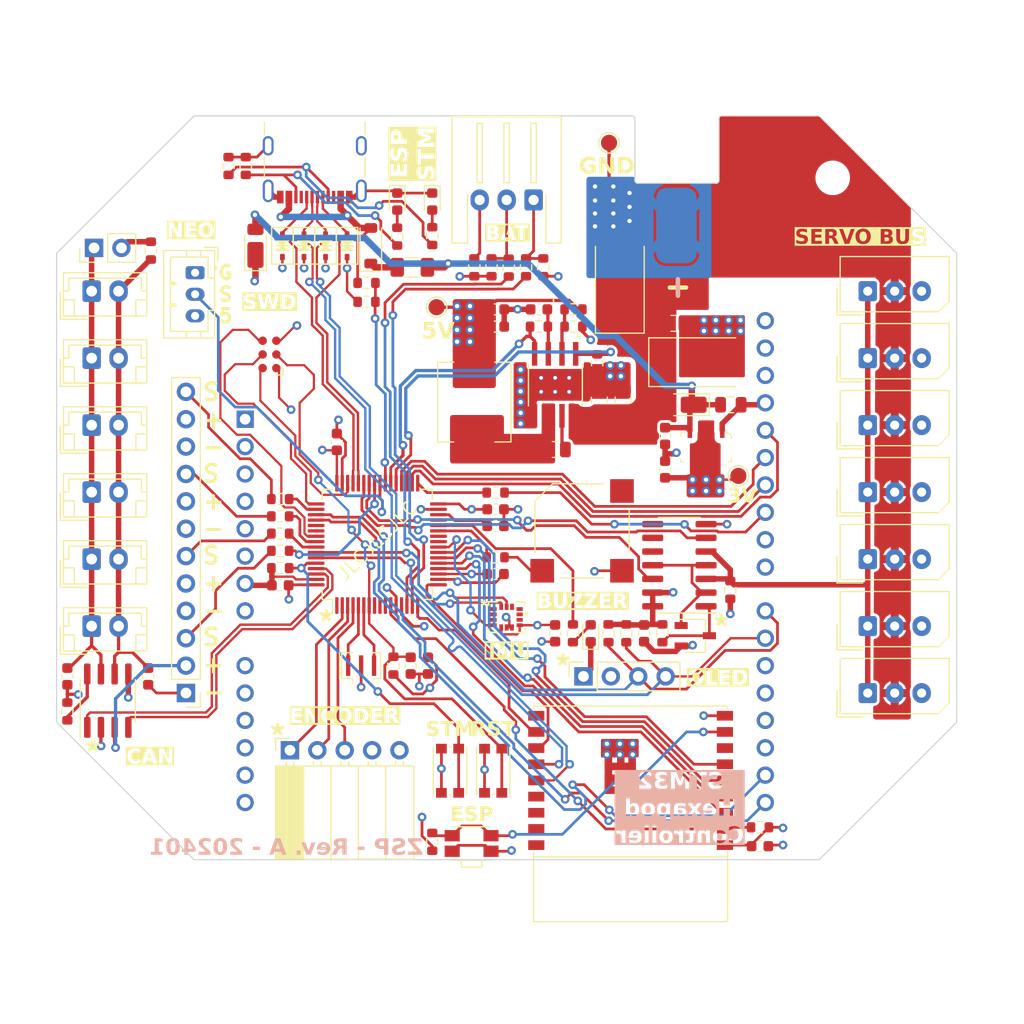
<source format=kicad_pcb>
(kicad_pcb (version 20221018) (generator pcbnew)
  (layers (0 "F.Cu" signal) (1 "In1.Cu" mixed) (2 "In2.Cu" mixed) (31 "B.Cu" signal) (34 "B.Paste" user) (35 "F.Paste" user) (36 "B.SilkS" user "B.Silkscreen") (37 "F.SilkS" user "F.Silkscreen") (38 "B.Mask" user) (39 "F.Mask" user) (44 "Edge.Cuts" user))
  (net 0 "")
  (net 1 "Net-(BZ1--)")
  (net 2 "GND")
  (net 3 "+3.3V")
  (net 4 "Net-(U2-VBST)")
  (net 5 "Net-(U2-VREG5)")
  (net 6 "/+12V")
  (net 7 "Net-(U5-PH0)")
  (net 8 "Net-(U5-PH1)")
  (net 9 "servo")
  (net 10 "Net-(J7-Pin_1)")
  (net 11 "Net-(J7-Pin_2)")
  (net 12 "Net-(J7-Pin_3)")
  (net 13 "Net-(J8-CC1)")
  (net 15 "Net-(J8-CC2)")
  (net 17 "Net-(Q1-G)")
  (net 18 "Net-(Q1-D)")
  (net 19 "/BAT1")
  (net 20 "/BAT2")
  (net 21 "/MCU/BUZZER")
  (net 22 "/RX_TX")
  (net 26 "/TX_RX")
  (net 34 "/MCU/RST")
  (net 39 "/MCU/STM_BOOT")
  (net 55 "Net-(U5-VCAP_1)")
  (net 56 "/+5V")
  (net 57 "/CAN_SILENT")
  (net 58 "/CAN_TX")
  (net 59 "/CAN_RX")
  (net 63 "/TX")
  (net 64 "/RX")
  (net 65 "/SDA")
  (net 66 "/SCL")
  (net 67 "/CS")
  (net 68 "/MISO")
  (net 69 "/SCK")
  (net 70 "Net-(J16-Pin_2)")
  (net 71 "Net-(D2-A)")
  (net 72 "/MCU/STM_USB_D-")
  (net 73 "/MCU/STM_USB_D+")
  (net 74 "Net-(D8-A)")
  (net 75 "/MCU/SWD_DIO")
  (net 76 "/MCU/SWD_CLK")
  (net 77 "/MCU/SWD_SWO")
  (net 78 "Net-(U2-VFB)")
  (net 82 "/MCU/IMU_INT")
  (net 87 "/PSU/SW")
  (net 88 "/MCU/ESP_CS")
  (net 89 "/MCU/ESP_SCK")
  (net 90 "/MCU/ESP_MOSI")
  (net 91 "/MCU/ESP_MISO")
  (net 92 "/MCU/ESP_TX_RX")
  (net 93 "/MCU/ESP_RX_TX")
  (net 94 "Net-(U5-PB12)")
  (net 95 "/MCU/ESP_USB_D-")
  (net 96 "/MCU/ESP_USB_D+")
  (net 97 "/CAN_HIGH")
  (net 98 "/CAN_LOW")
  (net 100 "/MCU/ESP_BOOT")
  (net 101 "/MCU/ESP_RST")
  (net 103 "/MCU/STM_INPUT")
  (net 104 "/MCU/STM_USB_INPUT")
  (net 105 "/MCU/USR_BUT")
  (net 106 "/NEOPIXEL")
  (net 107 "/Servo1")
  (net 108 "/Servo2")
  (net 109 "/Servo3")
  (net 110 "/Fan")
  (net 111 "/servo1c")
  (net 112 "/servo2c")
  (net 113 "/servo3")
  (net 114 "/fanc")
  (net 115 "/MCU/REG_EN")
  (net 116 "/MCU/REG_PG")
  (net 117 "/MCU/EN_CLK")
  (net 118 "/MCU/EN_DATA")
  (net 119 "/MCU/EN_SW")
  (net 120 "/MOSI")
  (net 122 "Net-(D9-A)")
  (net 123 "/MCU/LED")
  (net 124 "Net-(D1-K)")
  (net 125 "/PSU/VBUS")
  (footprint "Connector_JST:JST_EH_B2B-EH-A_1x02_P2.50mm_Vertical" (layer "F.Cu") (at 103.5 90.654)
    (fp_text reference "J12" hide)
    (fp_text value "Conn_01x02_Socket")
  )
  (footprint "Package_QFP:LQFP-64_10x10mm_P0.5mm" (layer "F.Cu") (at 130 95.5 90)
    (fp_text reference "U5" hide)
    (fp_text value "STM32F446RETx")
  )
  (footprint "Capacitor_SMD:C_0603_1608Metric" (layer "F.Cu") (at 145 73.7 180)
    (fp_text reference "C11" hide)
    (fp_text value ".47uF")
  )
  (footprint "Resistor_SMD:R_0603_1608Metric" (layer "F.Cu") (at 129 73 180)
    (fp_text reference "R29" hide)
    (fp_text value "10K")
  )
  (footprint "Resistor_SMD:R_0603_1608Metric" (layer "F.Cu") (at 140.975 96.7)
    (fp_text reference "R21" hide)
    (fp_text value "1K")
  )
  (footprint "Connector_JST:JST_PH_B3B-PH-K_1x03_P2.00mm_Vertical" (layer "F.Cu") (at 113.1 70.3 -90)
    (fp_text reference "J19" hide)
    (fp_text value "Conn_01x03_Socket")
  )
  (footprint "Resistor_SMD:R_0603_1608Metric" (layer "F.Cu") (at 140.6 69.8 90)
    (fp_text reference "R7" hide)
    (fp_text value "10K")
  )
  (footprint "Connector_JST:JST_EH_B2B-EH-A_1x02_P2.50mm_Vertical" (layer "F.Cu") (at 103.5 103.083)
    (fp_text reference "J14" hide)
    (fp_text value "Conn_01x02_Socket")
  )
  (footprint "Capacitor_SMD:C_0603_1608Metric" (layer "F.Cu") (at 126.25 86 90)
    (fp_text reference "C42" hide)
    (fp_text value "10uF")
  )
  (footprint "Resistor_SMD:R_0603_1608Metric" (layer "F.Cu") (at 148.2 75.3)
    (fp_text reference "R10" hide)
    (fp_text value "1K5")
  )
  (footprint "TestPoint:TestPoint_Pad_D1.5mm" (layer "F.Cu") (at 163.5 89.15)
    (fp_text reference "TP3" hide)
    (fp_text value "TestPoint")
  )
  (footprint "Connector_JST:JST_EH_B2B-EH-A_1x02_P2.50mm_Vertical" (layer "F.Cu") (at 103.5 78.225)
    (fp_text reference "J10" hide)
    (fp_text value "Conn_01x02_Socket")
  )
  (footprint "digikey-footprints:TO-243AA" (layer "F.Cu") (at 160.5 86.5 -90)
    (fp_text reference "U3")
    (fp_text value "AZ1117CH-3_3TRG1")
  )
  (footprint "TestPoint:TestPoint_Pad_D1.5mm" (layer "F.Cu") (at 151.5 58.25)
    (fp_text reference "TP2" hide)
    (fp_text value "TestPoint")
  )
  (footprint "Button_Switch_SMD:SW_Push_1P1T_NO_CK_KMR2" (layer "F.Cu") (at 136.75 116.5 90)
    (fp_text reference "SW2" hide)
    (fp_text value "SW_Push")
  )
  (footprint "Connector_Molex:Molex_SPOX_5267-03A_1x03_P2.50mm_Vertical" (layer "F.Cu") (at 175.5 103.083)
    (fp_text reference "J6" hide)
    (fp_text value "Conn_01x03_Socket")
  )
  (footprint "Diode_SMD:D_SOD-123" (layer "F.Cu") (at 129.4 67.8 90)
    (fp_text reference "D1" hide)
    (fp_text value "1N914WT")
  )
  (footprint "Capacitor_SMD:C_0603_1608Metric" (layer "F.Cu") (at 140.975 98.25)
    (fp_text reference "C40" hide)
    (fp_text value "10uF")
  )
  (footprint "Connector:Tag-Connect_TC2030-IDC-FP_2x03_P1.27mm_Vertical" (layer "F.Cu") (at 120 77.88 90)
    (fp_text reference "J15" hide)
    (fp_text value "Conn_ARM_SWD_TagConnect_TC2030")
  )
  (footprint "Capacitor_SMD:C_0603_1608Metric" (layer "F.Cu") (at 141 75.3)
    (fp_text reference "C9" hide)
    (fp_text value "22uF")
  )
  (footprint "Resistor_SMD:R_0603_1608Metric" (layer "F.Cu") (at 142.2 69.825 90)
    (fp_text reference "R6" hide)
    (fp_text value "3K")
  )
  (footprint "Capacitor_SMD:C_0603_1608Metric" (layer "F.Cu") (at 134.7 106.75 -90)
    (fp_text reference "C39" hide)
    (fp_text value "10uF")
  )
  (footprint "Resistor_SMD:R_0603_1608Metric" (layer "F.Cu") (at 121 92.9)
    (fp_text reference "R15" hide)
    (fp_text value "100R")
  )
  (footprint "Capacitor_SMD:C_0603_1608Metric" (layer "F.Cu") (at 140.975 92.25)
    (fp_text reference "C41" hide)
    (fp_text value "10uF")
  )
  (footprint "Espressif:ESP32-C3-WROOM-02" (layer "F.Cu") (at 153.5 117.5 180)
    (fp_text reference "U4" hide)
    (fp_text value "ESP32-C3-WROOM-02")
  )
  (footprint "Resistor_SMD:R_0603_1608Metric" (layer "F.Cu") (at 153.1 103.75 -90)
    (fp_text reference "R32" hide)
    (fp_text value "4K7")
  )
  (footprint "Resistor_SMD:R_0603_1608Metric" (layer "F.Cu") (at 109 68.25 -90)
    (fp_text reference "R22" hide)
    (fp_text value "120R")
  )
  (footprint "Capacitor_SMD:C_0603_1608Metric" (layer "F.Cu") (at 156.7 88.55 90)
    (fp_text reference "C14" hide)
    (fp_text value "22uF")
  )
  (footprint "Resistor_SMD:R_0603_1608Metric" (layer "F.Cu") (at 151.45 103.75 -90)
    (fp_text reference "R31" hide)
    (fp_text value "4K7")
  )
  (footprint "Inductor_SMD:L_Abracon_ASPI-0630LR" (layer "F.Cu") (at 139 82.3 90)
    (fp_text reference "L1" hide)
    (fp_text value "3.3uH")
  )
  (footprint "Resistor_SMD:R_0603_1608Metric" (layer "F.Cu") (at 145 75.3)
    (fp_text reference "R11" hide)
    (fp_text value "100K")
  )
  (footprint "Capacitor_SMD:C_0805_2012Metric" (layer "F.Cu") (at 150.6 82.1 90)
    (fp_text reference "C6" hide)
    (fp_text value "10uF")
  )
  (footprint "Resistor_SMD:R_0603_1608Metric" (layer "F.Cu") (at 143.8 69.8 90)
    (fp_text reference "R3" hide)
    (fp_text value "1K5")
  )
  (footprint "Fuse:Fuse_1206_3216Metric" (layer "F.Cu") (at 133.25 69.8)
    (fp_text reference "F1" hide)
    (fp_text value "Polyfuse_Small")
  )
  (footprint "Resistor_SMD:R_0603_1608Metric" (layer "F.Cu") (at 135.1 66.9 -90)
    (fp_text reference "R25" hide)
    (fp_text value "1K")
  )
  (footprint "MountingHole:MountingHole_2.7mm_M2.5" (layer "F.Cu") (at 172 119.5)
    (fp_text reference "H1" hide)
    (fp_text value "MountingHole")
  )
  (footprint "Crystal:Resonator_SMD_Murata_CSTxExxV-3Pin_3.0x1.1mm" (layer "F.Cu") (at 128.5 106.75)
    (fp_text reference "Y1" hide)
    (fp_text value "Resonator_Small")
  )
  (footprint "LED_SMD:LED_0603_1608Metric" (layer "F.Cu") (at 135.1 63.7 -90)
    (fp_text reference "D2" hide)
    (fp_text value "STM")
  )
  (footprint "Resistor_SMD:R_0603_1608Metric" (layer "F.Cu") (at 121 97.7 180)
    (fp_text reference "R19" hide)
    (fp_text value "10K")
  )
  (footprint "Capacitor_SMD:C_0603_1608Metric" (layer "F.Cu") (at 121 99.3 180)
    (fp_text reference "C38" hide)
    (fp_text value "10uF")
  )
  (footprint "Capacitor_SMD:C_0603_1608Metric" (layer "F.Cu") (at 156.7 85.45 -90)
    (fp_text reference "C12" hide)
    (fp_text value "1uF")
  )
  (footprint "Capacitor_SMD:C_0805_2012Metric" (layer "F.Cu") (at 146.5 86.7 180)
    (fp_text reference "C8" hide)
    (fp_text value ".1uF")
  )
  (footprint "Resistor_SMD:R_0603_1608Metric" (layer "F.Cu") (at 121 94.5)
    (fp_text reference "R14" hide)
    (fp_text value "100R")
  )
  (footprint "Connector_Molex:Molex_SPOX_5267-03A_1x03_P2.50mm_Vertical" (layer "F.Cu") (at 175.5 84.44)
    (fp_text reference "J2" hide)
    (fp_text value "Conn_01x03_Socket")
  )
  (footprint "Connector_Molex:Molex_SPOX_5267-03A_1x03_P2.50mm_Vertical" (layer "F.Cu") (at 175.5 72.011)
    (fp_text reference "J3" hide)
    (fp_text value "Conn_01x03_Socket")
  )
  (footprint "Capacitor_SMD:C_0603_1608Metric" (layer "F.Cu") (at 133.1 106.75 -90)
    (fp_text reference "C47" hide)
    (fp_text value "1nF")
  )
  (footprint "Capacitor_SMD:C_0805_2012Metric" (layer "F.Cu") (at 152.8 82.1 90)
    (fp_text reference "C7" hide)
    (fp_text value "10uF")
  )
  (footprint "Button_Switch_SMD:SW_SPST_EVQP7C" (layer "F.Cu") (at 138.75 123.25)
    (fp_text reference "SW3" hide)
    (fp_text value "SW_Push")
  )
  (footprint "Capacitor_SMD:C_0603_1608Metric" (layer "F.Cu") (at 101.25 107.75 90)
    (fp_text reference "C35" hide)
    (fp_text value "47pF")
  )
  (footprint "Connector_JST:JST_EH_B2B-EH-A_1x02_P2.50mm_Vertical" (layer "F.Cu") (at 103.5 72.011)
    (fp_text reference "J9" hide)
    (fp_text value "Conn_01x02_Socket")
  )
  (footprint "Capacitor_SMD:C_0603_1608Metric" (layer "F.Cu") (at 140.975 93.8)
    (fp_text reference "C48" hide)
    (fp_text value "4.7uF")
  )
  (footprint "Resistor_SMD:R_0603_1608Metric" (layer "F.Cu") (at 121 96.1)
    (fp_text reference "R13" hide)
    (fp_text value "100R")
  )
  (footprint "Connector_PinSocket_2.54mm:PinSocket_1x05_P2.54mm_Horizontal" (layer "F.Cu") (at 121.9 114.6 90)
    (fp_text reference "J20" hide)
    (fp_text value "Conn_01x05_Socket")
  )
  (footprint "LSM6DSO:LGA-14L_2P5X3X0P86_STM" (layer "F.Cu") (at 142 102.25)
    (fp_text reference "U7" hide)
    (fp_text value "LSM6DSOTR")
  )
  (footprint "Capacitor_SMD:C_0603_1608Metric" (layer "F.Cu") (at 108.75 107.75 -90)
    (fp_text reference "C37" hide)
    (fp_text value "47pF")
  )
  (footprint "Resistor_SMD:R_0603_1608Metric" (layer "F.Cu") (at 135.1 123.1 90)
    (fp_text reference "R30" hide)
    (fp_text value "10K")
  )
  (footprint "Connector_Molex:Molex_SPOX_5267-03A_1x03_P2.50mm_Vertical" (layer "F.Cu") (at 175.5 109.298)
    (fp_text reference "J18" hide)
    (fp_text value "Conn_01x03_Socket")
  )
  (footprint "Buzzer_Beeper:MagneticBuzzer_Kobitone_254-EMB84Q-RO" (layer "F.Cu") (at 149 94.25 90)
    (fp_text reference "BZ1" hide)
    (fp_text value "Buzzer")
  )
  (footprint "Connector_Molex:Molex_SPOX_5267-03A_1x03_P2.50mm_Vertical" (layer "F.Cu") (at 175.5 90.654)
    (fp_text reference "J5" hide)
    (fp_text value "Conn_01x03_Socket")
  )
  (footprint "Resistor_SMD:R_0603_1608Metric" (layer "F.Cu") (at 150.4 78.7 90)
    (fp_text reference "R8" hide)
    (fp_text value "10K")
  )
  (footprint "PCM_Diode_SMD_Handsoldering_AKL:D_SOD-323_TVS" (layer "F.Cu") (at 121.2 67.8 90)
    (fp_text reference "D6" hide)
    (fp_text value "DESD5V0U1BA" hide)
  )
  (footprint "Connectors:DEAN_PCB" (layer "F.Cu") (at 157.75 65.925 90)
    (fp_text reference "P1" hide)
    (fp_text value "CONN_002")
  )
  (footprint "MountingHole:MountingHole_2.7mm_M2.5" (layer "F.Cu") (at 172.25 61.5)
    (fp_text reference "H3" hide)
    (fp_text value "MountingHole")
  )
  (footprint "Package_SO:SOIC-8_3.9x4.9mm_P1.27mm" (layer "F.Cu") (at 105 110 90)
    (fp_text reference "U6" hide)
    (fp_text value "TJA1051T-3")
  )
  (footprint "Resistor_SMD:R_0603_1608Metric" (layer "F.Cu") (at 156.45 103.75 -90)
    (fp_text reference "R1" hide)
    (fp_text value "1K")
  )
  (footprint "TestPoint:TestPoint_Pad_D1.5mm" (layer "F.Cu") (at 135.5 73.5)
    (fp_text reference "TP1" hide)
    (fp_text value "TestPoint")
  )
  (footprint "Diode_SMD:D_PowerDI-123" (layer "F.Cu") (at 118.7 67.8 90)
    (fp_text reference "D7" hide)
    (fp_text value "D_Small")
  )
  (footprint "Resistor_SMD:R_0603_1608Metric" (layer "F.Cu") (at 101.25 111 90)
    (fp_text reference "R23" hide)
    (fp_text value "10K")
  )
  (footprint "Package_SO:SOIC-14_3.9x8.7mm_P1.27mm" (layer "F.Cu") (at 158.025 97.435 180)
    (fp_text reference "U1" hide)
    (fp_text value "74126")
  )
  (footprint "Capacitor_SMD:C_0603_1608Metric" (layer "F.Cu") (at 154.75 103.75 -90)
    (fp_text reference "C4" hide)
    (fp_text value "10uF")
  )
  (footprint "Resistor_SMD:R_0603_1608Metric" (layer "F.Cu") (at 117.8 60.4 90)
    (fp_text reference "R16" hide)
    (fp_text value "5.1K")
  )
  (footprint "Connector_JST:JST_EH_B2B-EH-A_1x02_P2.50mm_Vertical" (layer "F.Cu") (at 103.5 96.868)
    (fp_text reference "J13" hide)
    (fp_text value "Conn_01x02_Socket")
  )
  (footprint "Capacitor_SMD:C_0805_2012Metric" (layer "F.Cu") (at 157.5 75)
    (fp_text reference "C3" hide)
    (fp_text value "10u")
  )
  (footprint "Capacitor_SMD:C_0805_2012Metric" (layer "F.Cu") (at 162.8 82.55)
    (fp_text reference "C13" hide)
    (fp_text value "10uF")
  )
  (footprint "Capacitor_SMD:C_0603_1608Metric" (layer "F.Cu") (at 141 73.7)
    (fp_text reference "C10" hide)
    (fp_text value "22uF")
  )
  (footprint "Capacitor_Tantalum_SMD:CP_EIA-7343-31_Kemet-D" (layer "F.Cu") (at 152.5 71.5 90)
    (fp_text reference "C1" hide)
    (fp_text value "100uF")
  )
  (footprint "Resistor_SMD:R_0603_1608Metric" (layer "F.Cu") (at 131.85 66.95 -90)
    (fp_text reference "R26" hide)
    (fp_text value "1K")
  )
  (footprint "Resistor_SMD:R_0603_1608Metric" (layer "F.Cu") (at 116.2 60.4 90)
    (fp_text reference "R17" hide)
    (fp_text value "5.1K")
  )
  (footprint "Connector_JST:JST_EH_B2B-EH-A_1x02_P2.50mm_Vertical" (layer "F.Cu") (at 103.5 84.44)
    (fp_text reference "J11" hide)
    (fp_text value "Conn_01x02_Socket")
  )
  (footprint "LED_SMD:LED_0603_1608Metric" (layer "F.Cu") (at 149.8 103.75 90)
    (fp_text reference "D9" hide)
    (fp_text value "LED")
  )
  (footprint "Connector_JST:JST_XH_S3B-XH-A-1_1x03_P2.50mm_Horizontal" (layer "F.Cu") (at 144.5 63.55 180)
    (fp_text reference "J7" hide)
    (fp_text value "Conn_01x03")
  )
  (footprint "Connector_Molex:Molex_SPOX_5267-03A_1x03_P2.50mm_Vertical" (layer "F.Cu") (at 175.5 78.225)
    (fp_text reference "J1" hide)
    (fp_text value "Conn_01x03_Socket")
  )
  (footprint "Button_Switch_SMD:SW_Push_1P1T_NO_CK_KMR2" (layer "F.Cu") (at 140.75 116.5 -90)
    (fp_text reference "SW1" hide)
    (fp_text value "SW_Push")
  )
  (footprint "Resistor_SMD:R_0603_1608Metric" (layer "F.Cu") (at 139 69.8 -90)
    (fp_text reference "R5" hide)
    (fp_text value "DNP")
  )
  (footprint "Connector_PinHeader_2.54mm:PinHeader_1x12_P2.54mm_Vertical" (layer "F.Cu") (at 112.25 109.29 180)
    (fp_text reference "J17" hide)
    (fp_text value "Conn_01x12_Pin")
  )
  (footprint "Connector_USB:USB_C_Receptacle_GCT_USB4105-xx-A_16P_TopMnt_Horizontal" (layer "F.Cu") (at 124.2 59.6 180)
    (fp_text reference "J8" hide)
    (fp_text value "USB_C_Receptacle_USB2.0")
  )
  (footprint "Resistor_SMD:R_0603_1608Metric" (layer "F.Cu") (at 148.2 73.7 180)
    (fp_text reference "R9" hide)
    (fp_text value "11K5")
  )
  (footprint "MountingHole:MountingHole_2.7mm_M2.5" (layer "F.Cu") (at 112 119.5)
    (fp_text reference "H2" hide)
    (fp_text value "MountingHole")
  )
  (footprint "Resistor_SMD:R_0603_1608Metric" (layer "F.Cu") (at 148.15 103.75 -90)
    (fp_text reference "R33" hide)
    (fp_text value "1K")
  )
  (footprint "Diode_SMD:D_PowerDI-123" (layer "F.Cu") (at 158.5 82.55 180)
    (fp_text reference "D10" hide)
    (fp_text value "D_Small")
  )
  (footprint "TPS56528:IC_TPS56528DDAR" (layer "F.Cu") (at 146.5 80.7 -90)
    (fp_text reference "U2" hide)
    (fp_text value "TPS56528DDAR")
  )
  (footprint "Connector_Molex:Molex_SPOX_5267-03A_1x03_P2.50mm_Vertical" (layer "F.Cu") (at 175.5 96.868)
    (fp_text reference "J4" hide)
    (fp_text value "Conn_01x03_Socket")
  )
  (footprint "Resistor_SMD:R_0603_1608Metric" (layer "F.Cu") (at 165.5 121.75 180)
    (fp_text reference "R20" hide)
    (fp_text value "10K")
  )
  (footprint "Resistor_SMD:R_0603_1608Metric" (layer "F.Cu") (at 129 71.25)
    (fp_text reference "R28" hide)
    (fp_text value "10K")
  )
  (footprint "Capacitor_SMD:C_0603_1608Metric" (layer "F.Cu") (at 165.5 123.5)
    (fp_text reference "C45" hide)
    (fp_text value "10uF")
  )
  (footprint "PCM_Diode_SMD_Handsoldering_AKL:D_SOD-323_TVS" (layer "F.Cu") (at 123.2 67.8 90)
    (fp_text reference "D3" hide)
    (fp_text value "DESD5V0U1BA" hide)
  )
  (footprint "Capacitor_Tantalum_SMD:CP_EIA-7343-31_Kemet-D" (layer "F.Cu") (at 159.6 78.6)
    (fp_text reference "C2" hide)
    (fp_text value "100uF")
  )
  (footprint "Package_TO_SOT_SMD:TSOT-23" (layer "F.Cu") (at 159.5 103.975)
    (fp_text reference "Q1" hide)
    (fp_text value "2N7002AQ")
  )
  (footprint "Capacitor_SMD:C_0603_1608Metric" (layer "F.Cu") (at 146.5 103.75 -90)
    (fp_text reference "C46" hide)
    (fp_text value "10uF")
  )
  (footprint "Connector_PinHeader_2.54mm:PinHeader_1x02_P2.54mm_Vertical" (layer "F.Cu") (at 103.725 68 90)
    (fp_text reference "J16" hide)
    (fp_text value "Conn_01x02_Pin")
  )
  (footprint "PCM_Diode_SMD_Handsoldering_AKL:D_SOD-323_TVS" (layer "F.Cu") (at 125.2 67.8 90)
    (fp_text reference "D5" hide)
    (fp_text value "DESD5V0U1BA" hide)
  )
  (footprint "PCM_Diode_SMD_Handsoldering_AKL:D_SOD-323_TVS" (layer "F.Cu") (at 127.2 67.8 90)
    (fp_text reference "D4" hide)
    (fp_text value "DESD5V0U1BA" hide)
  )
  (footprint "Resistor_SMD:R_0603_1608Metric" (layer "F.Cu") (at 131.5 106.75 90)
    (fp_text reference "R18" hide)
    (fp_text value "10K")
  )
  (footprint "Resistor_SMD:R_0603_1608Metric" (layer "F.Cu") (at 121 91.3)
    (fp_text reference "R24" hide)
    (fp_text value "100R")
  )
  (footprint "LED_SMD:LED_0603_1608Metric" (layer "F.Cu") (at 131.85 63.7 -90)
    (fp_text reference "D8" hide)
    (fp_text value "ESP")
  )
  (footprint "Resistor_SMD:R_0603_1608Metric" (layer "F.Cu") (at 145.4 69.8 90)
    (fp_text reference "R4" hide)
    (fp_text value "1K")
  )
  (footprint "MountingHole:MountingHole_2.7mm_M2.5" (layer "F.Cu") (at 111.75 61.5)
    (fp_text reference "H4" hide)
    (fp_text value "MountingHole")
  )
  (footprint "Connector_PinSocket_2.54mm:PinSocket_1x04_P2.54mm_Vertical" (layer "F.Cu") (at 149.13 107.75 90)
    (fp_text reference "J21" hide)
    (fp_text value "Conn_01x04_Socket")
  )
  (footprint "Resistor_SMD:R_0603_1608Metric" (layer "F.Cu") (at 162.75 99.725 90)
    (fp_text reference "R2" hide)
    (fp_text value "1K")
  )
  (footprint "Resistor_SMD:R_0603_1608Metric" (layer "F.Cu") (at 140.975 90.7)
    (fp_text reference "R12" hide)
    (fp_text value "100R")
  )
  (footprint "Module:Arduino_UNO_R3" (layer "B.Cu") (at 117.74 83.89 -90)
    (fp_text reference "A1" hide)
    (fp_text value "Arduino_UNO_R3")
  )
  (gr_line (start 146.35 73.05) (end 146.35 72.8) (stroke (width 0.15)) (layer "F.SilkS"))
  (gr_arc (start 183.75 111.896447) (mid 183.73097 111.992118) (end 183.676777 112.073223) (stroke (width 0.1)) (layer "Edge.Cuts"))
  (gr_arc (start 113.103553 124.75) (mid 113.007892 124.730954) (end 112.926776 124.676776) (stroke (width 0.1)) (layer "Edge.Cuts"))
  (gr_line (start 171.073224 124.676776) (end 183.676777 112.073223) (stroke (width 0.1)) (layer "Edge.Cuts"))
  (gr_arc (start 153.65 55.75) (mid 153.826777 55.823223) (end 153.9 56) (stroke (width 0.1)) (layer "Edge.Cuts"))
  (gr_arc (start 161.7 61.75) (mid 161.626777 61.926777) (end 161.45 62) (stroke (width 0.1)) (layer "Edge.Cuts"))
  (gr_arc (start 154.15 62) (mid 153.973223 61.926777) (end 153.9 61.75) (stroke (width 0.1)) (layer "Edge.Cuts"))
  (gr_line (start 161.7 61.75) (end 161.7 56) (stroke (width 0.1)) (layer "Edge.Cuts"))
  (gr_line (start 112.926776 124.676776) (end 100.323223 112.073223) (stroke (width 0.1)) (layer "Edge.Cuts"))
  (gr_arc (start 171.073224 124.676776) (mid 170.992121 124.730985) (end 170.896447 124.75) (stroke (width 0.1)) (layer "Edge.Cuts"))
  (gr_arc (start 170.896447 55.75) (mid 170.992108 55.769046) (end 171.073224 55.823224) (stroke (width 0.1)) (layer "Edge.Cuts"))
  (gr_line (start 171.073224 55.823224) (end 183.676777 68.426777) (stroke (width 0.1)) (layer "Edge.Cuts"))
  (gr_line (start 113.103553 124.75) (end 170.896447 124.75) (stroke (width 0.1)) (layer "Edge.Cuts"))
  (gr_line (start 153.65 55.75) (end 115.25 55.75) (stroke (width 0.1)) (layer "Edge.Cuts"))
  (gr_line (start 153.9 56) (end 153.9 61.75) (stroke (width 0.1)) (layer "Edge.Cuts"))
  (gr_line (start 154.15 62) (end 161.45 62) (stroke (width 0.1)) (layer "Edge.Cuts"))
  (gr_arc (start 100.25 68.603553) (mid 100.26903 68.507882) (end 100.323223 68.426777) (stroke (width 0.1)) (layer "Edge.Cuts"))
  (gr_arc (start 100.323223 112.073223) (mid 100.26903 111.992117) (end 100.25 111.896447) (stroke (width 0.1)) (layer "Edge.Cuts"))
  (gr_line (start 183.75 111.896447) (end 183.75 68.603553) (stroke (width 0.1)) (layer "Edge.Cuts"))
  (gr_arc (start 183.676777 68.426777) (mid 183.73097 68.507883) (end 183.75 68.603553) (stroke (width 0.1)) (layer "Edge.Cuts"))
  (gr_arc (start 112.926776 55.823224) (mid 113.007882 55.769031) (end 113.103553 55.75) (stroke (width 0.1)) (layer "Edge.Cuts"))
  (gr_line (start 100.25 68.603553) (end 100.25 111.896447) (stroke (width 0.1)) (layer "Edge.Cuts"))
  (gr_arc (start 161.7 56) (mid 161.773223 55.823223) (end 161.95 55.75) (stroke (width 0.1)) (layer "Edge.Cuts"))
  (gr_line (start 112.926776 55.823224) (end 100.323223 68.426777) (stroke (width 0.1)) (layer "Edge.Cuts"))
  (gr_line (start 115.25 55.75) (end 113.103553 55.75) (stroke (width 0.1)) (layer "Edge.Cuts"))
  (gr_line (start 161.95 55.75) (end 170.896447 55.75) (stroke (width 0.1)) (layer "Edge.Cuts"))
  (gr_text "ZSP - Rev. A - 202401" (at 134.25 124.55) (layer "B.SilkS") (effects (font (size 1.5 1.5) (thickness 0.3) bold) (justify left bottom mirror)))
  (gr_text "STM32\nHexapod\nController" (at 158.1 120.05) (layer "B.SilkS" knockout) (effects (font (size 1.5 1.5) (thickness 0.3) bold) (justify mirror)))
  (gr_text "ESP\nSTM" (at 133.4 59.25 90) (layer "F.SilkS" knockout) (effects (font (size 1.5 1.5) (thickness 0.3) bold)))
  (gr_text "S\n+\n-\nS\n+\n-\nS\n+\n-\nS\n+\n-" (at 113.65 80.45) (layer "F.SilkS") (effects (font (size 1.57 1.55) (thickness 0.3) bold) (justify left top)))
  (gr_text "*" (at 102.65 116) (layer "F.SilkS") (effects (font (size 2 2) (thickness 0.3)) (justify left bottom)))
  (gr_text "*" (at 119.8 114.45) (layer "F.SilkS") (effects (font (size 2 2) (thickness 0.3)) (justify left bottom)))
  (gr_text "G\nS\n5" (at 115.925 72.3) (layer "F.SilkS") (effects (font (size 1.25 1.25) (thickness 0.3) bold)))
  (gr_text "GND" (at 151.3 61.35) (layer "F.SilkS") (effects (font (size 1.5 1.5) (thickness 0.3) bold) (justify bottom)))
  (gr_text "3V" (at 162.45 91.85) (layer "F.SilkS") (effects (font (size 1.35 1.35) (thickness 0.3) bold) (justify left bottom)))
  (gr_text "STM" (at 136.75 113.5) (layer "F.SilkS") (effects (font (size 1.35 1.35) (thickness 0.3) bold) (justify bottom)))
  (gr_text "BUZZER" (at 149 101.65) (layer "F.SilkS" knockout) (effects (font (size 1.35 1.35) (thickness 0.3) bold) (justify bottom)))
  (gr_text "SERVO BUS" (at 174.8 67.85) (layer "F.SilkS" knockout) (effects (font (size 1.35 1.35) (thickness 0.3) bold) (justify bottom)))
  (gr_text "*" (at 146.25 108) (layer "F.SilkS") (effects (font (size 2 2) (thickness 0.3)) (justify left bottom)))
  (gr_text "RST" (at 140.75 113.5) (layer "F.SilkS") (effects (font (size 1.35 1.35) (thickness 0.3) bold) (justify bottom)))
  (gr_text "JLCJLCJLC" (at 127.05 99.15 45) (layer "F.SilkS") (effects (font (size 1.25 1.25)) (justify left bottom)))
  (gr_text "5V" (at 135.65 76.65) (layer "F.SilkS") (effects (font (size 1.5 1.5) (thickness 0.3) bold) (justify bottom)))
  (gr_text "OLED" (at 161.6 108.75) (layer "F.SilkS" knockout) (effects (font (size 1.35 1.35) (thickness 0.3) bold) (justify bottom)))
  (gr_text "BAT" (at 142 67.5) (layer "F.SilkS" knockout) (effects (font (size 1.35 1.35) (thickness 0.3) bold) (justify bottom)))
  (gr_text "ESP" (at 138.75 121.4) (layer "F.SilkS") (effects (font (size 1.35 1.35) (thickness 0.3) bold) (justify bottom)))
  (gr_text "SWD" (at 120 73.9) (layer "F.SilkS" knockout) (effects (font (size 1.35 1.35) (thickness 0.3) bold) (justify bottom)))
  (gr_text "NEO" (at 112.7 67.25) (layer "F.SilkS" knockout) (effects (font (size 1.35 1.35) (thickness 0.3) bold) (justify bottom)))
  (gr_text "*" (at 160.95 104.35) (layer "F.SilkS") (effects (font (size 2 2) (thickness 0.3)) (justify left bottom)))
  (gr_text "ENCODER" (at 126.95 112.3) (layer "F.SilkS" knockout) (effects (font (size 1.35 1.35) (thickness 0.3) bold) (justify bottom)))
  (gr_text "*" (at 124.3 103.9) (layer "F.SilkS") (effects (font (size 2 2) (thickness 0.3)) (justify left bottom)))
  (gr_text "IMU" (at 142 106.25) (layer "F.SilkS" knockout) (effects (font (size 1.35 1.35) (thickness 0.3) bold) (justify bottom)))
  (gr_text "CAN" (at 108.95 116.05) (layer "F.SilkS" knockout) (effects (font (size 1.35 1.35) (thickness 0.3) bold) (justify bottom)))
  (segment (start 143 96.7) (end 144.25 97.95) (width 0.254) (layer "F.Cu") (net 1))
  (segment (start 141.8 96.7) (end 143 96.7) (width 0.254) (layer "F.Cu") (net 1))
  (segment (start 144.25 97.95) (end 145.3 97.95) (width 0.254) (layer "F.Cu") (net 1))
  (segment (start 151.5 61.9) (end 151.9 62.3) (width 0.3048) (layer "F.Cu") (net 2))
  (segment (start 135.1 62.9125) (end 131.85 62.9125) (width 0.254) (layer "F.Cu") (net 2))
  (segment (start 146.5 104.525) (end 145.275 104.525) (width 0.22) (layer "F.Cu") (net 2))
  (segment (start 142.25 103.206301) (end 142.539699 103.206301) (width 0.22) (layer "F.Cu") (net 2))
  (segment (start 120.225 97.75) (end 120.175 97.7) (width 0.508) (layer "F.Cu") (net 2))
  (segment (start 136.95 123.97) (end 137.497 123.423) (width 0.254) (layer "F.Cu") (net 2))
  (segment (start 127.052 87.228646) (end 127.052 86.027) (width 0.254) (layer "F.Cu") (net 2))
  (segment (start 157.686 105.429) (end 155.654 105.429) (width 0.508) (layer "F.Cu") (net 2))
  (segment (start 101.25 109.41) (end 101.25 110.175) (width 0.3048) (layer "F.Cu") (net 2))
  (segment (start 162 84.3) (end 163.75 82.55) (width 0.508) (layer "F.Cu") (net 2))
  (segment (start 149.025 75.3) (end 149.025 75.755) (width 0.3048) (layer "F.Cu") (net 2))
  (segment (start 102.24 109.41) (end 102.26 109.43) (width 0.3048) (layer "F.Cu") (net 2))
  (segment (start 123.2 69.86) (end 123.21 69.87) (width 0.22) (layer "F.Cu") (net 2))
  (segment (start 166.175 123.4) (end 167.63 123.4) (width 0.254) (layer "F.Cu") (net 2))
  (segment (start 151.5 58.25) (end 151.5 61.9) (width 0.3048) (layer "F.Cu") (net 2))
  (segment (start 158.19 104.925) (end 159.175 104.925) (width 0.508) (layer "F.Cu") (net 2))
  (segment (start 137.665 70.625) (end 137.65 70.64) (width 0.254) (layer "F.Cu") (net 2))
  (segment (start 149.8 107.08) (end 149.13 107.75) (width 0.508) (layer "F.Cu") (net 2))
  (segment (start 156.7 87.775) (end 156.7 87.1) (width 0.508) (layer "F.Cu") (net 2))
  (segment (start 120.225 99.3) (end 120.225 98.5) (width 0.508) (layer "F.Cu") (net 2))
  (segment (start 127.2 68.85) (end 127.2 69.88) (width 0.22) (layer "F.Cu") (net 2))
  (segment (start 123.2 68.85) (end 123.2 69.86) (width 0.22) (layer "F.Cu") (net 2))
  (segment (start 131.6425 62.705) (end 128.52 62.705) (width 0.254) (layer "F.Cu") (net 2))
  (segment (start 108.75 108.525) (end 109.515 109.29) (width 0.254) (layer "F.Cu") (net 2))
  (segment (start 155.654 105.429) (end 154.75 104.525) (width 0.508) (layer "F.Cu") (net 2))
  (segment (start 117.8 59.575) (end 118.83 59.575) (width 0.254) (layer "F.Cu") (net 2))
  (segment (start 125.2 68.85) (end 125.2 69.88) (width 0.22) (layer "F.Cu") (net 2))
  (segment (start 142.25 103.206301) (end 142.25 102.55) (width 0.22) (layer "F.Cu") (net 2))
  (segment (start 137.497 123.423) (end 140.003 123.423) (width 0.254) (layer "F.Cu") (net 2))
  (segment (start 131.75 101.175) (end 131.75 100.331486) (width 0.254) (layer "F.Cu") (net 2))
  (segment (start 163.75 82.55) (end 165.82 82.55) (width 0.508) (layer "F.Cu") (net 2))
  (segment (start 150.2 97.95) (end 150.15 98) (width 0.254) (layer "F.Cu") (net 2))
  (segment (start 135.675 98.75) (end 137.2405 98.75) (width 0.254) (layer "F.Cu") (net 2))
  (segment (start 146.775 70.625) (end 146.79 70.64) (width 0.254) (layer "F.Cu") (net 2))
  (segment (start 121 63.28) (end 120.455 63.28) (width 0.508) (layer "F.Cu") (net 2))
  (segment (start 122.408455 75.2) (end 122.55 75.2) (width 0.2032) (layer "F.Cu") (net 2))
  (segment (start 120.635 76.61) (end 120.998455 76.61) (width 0.2032) (layer "F.Cu") (net 2))
  (segment (start 152.7 97.95) (end 150.2 97.95) (width 0.254) (layer "F.Cu") (net 2))
  (segment (start 122.456604 98.75) (end 122.206604 98.5) (width 0.22) (layer "F.Cu") (net 2))
  (segment (start 131.75 100.331486) (end 130.918514 99.5) (width 0.254) (layer "F.Cu") (net 2))
  (segment (start 104.365 112.475) (end 104.365 114.185) (width 0.3048) (layer "F.Cu") (net 2))
  (segment (start 145.275 104.525) (end 145.25 104.5) (width 0.22) (layer "F.Cu") (net 2))
  (segment (start 142.38 123.97) (end 142.45 123.9) (width 0.254) (layer "F.Cu") (net 2))
  (segment (start 160.5 93.625) (end 162.4445 93.625) (width 0.254) (layer "F.Cu") (net 2))
  (segment (start 139.95 114.45) (end 139.95 118.55) (width 0.254) (layer "F.Cu") (net 2))
  (segment (start 127.4 63.28) (end 127.945 63.28) (width 0.508) (layer "F.Cu") (net 2))
  (segment (start 140.55 123.97) (end 142.38 123.97) (width 0.254) (layer "F.Cu") (net 2))
  (segment (start 118.83 59.575) (end 119.88 58.525) (width 0.254) (layer "F.Cu") (net 2))
  (segment (start 139 70.625) (end 137.665 70.625) (width 0.254) (layer "F.Cu") (net 2))
  (segment (start 126.25 84.1) (end 126.4 83.95) (width 0.254) (layer "F.Cu") (net 2))
  (segment (start 131.85 62.9125) (end 131.6425 62.705) (width 0.254) (layer "F.Cu") (net 2))
  (segment (start 101.25 108.525) (end 101.25 109.41) (width 0.3048) (layer "F.Cu") (net 2))
  (segment (start 127.2 72.025) (end 128.175 73) (width 0.22) (layer "F.Cu") (net 2))
  (segment (start 159.175 104.925) (end 159.25 104.85) (width 0.508) (layer "F.Cu") (net 2))
  (segment (start 128.5 106.75) (end 128.5 108.75) (width 0.254) (layer "F.Cu") (net 2))
  (segment (start 126.75 89.825) (end 126.75 87.530646) (width 0.254) (layer "F.Cu") (net 2))
  (segment (start 141.775 73.7) (end 143.01 73.7) (width 0.508) (layer "F.Cu") (net 2))
  (segment (start 133.1 107.525) (end 133.9 107.525) (width 0.254) (layer "F.Cu") (net 2))
  (segment (start 140.003 123.423) (end 140.55 123.97) (width 0.254) (layer "F.Cu") (net 2))
  (segment (start 141.75 94) (end 141.75 92.25) (width 0.254) (layer "F.Cu") (net 2))
  (segment (start 120.225 99.3) (end 117.91 99.3) (width 0.508) (layer "F.Cu") (net 2))
  (segment (start 140.6 70.625) (end 139 70.625) (width 0.254) (layer "F.Cu") (net 2))
  (segment (start 149.025 75.755) (end 149.8 76.53) (width 0.3048) (layer "F.Cu") (net 2))
  (segment (start 126.25 85.225) (end 126.25 84.1) (width 0.254) (layer "F.Cu") (net 2))
  (segment (start 162.25 111.4) (end 160.29 111.4) (width 0.254) (layer "F.Cu") (net 2))
  (segment (start 167.63 123.4) (end 167.64 123.39) (width 0.254) (layer "F.Cu") (net 2))
  (segment (start 127.2 69.88) (end 127.2 72.025) (width 0.22) (layer "F.Cu") (net 2))
  (segment (start 117.91 99.3) (end 117.74 99.13) (width 0.508) (layer "F.Cu") (net 2))
  (segment (start 130.918514 99.5) (end 130.9 99.5) (width 0.254) (layer "F.Cu") (net 2))
  (segment (start 127.052 86.027) (end 126.25 85.225) (width 0.254) (layer "F.Cu") (net 2))
  (segment (start 109.515 109.29) (end 112.25 109.29) (width 0.254) (layer "F.Cu") (net 2))
  (segment (start 137.5425 99.052) (end 137.45 98.9595) (width 0.254) (layer "F.Cu") (net 2))
  (segment (start 165.82 82.55) (end 166 82.37) (width 0.508) (layer "F.Cu") (net 2))
  (segment (start 124.325 98.75) (end 122.456604 98.75) (width 0.22) (layer "F.Cu") (net 2))
  (segment (start 143.03 73.7) (end 143.02 73.69) (width 0.508) (layer "F.Cu") (net 2))
  (segment (start 160.29 111.4) (end 160.28 111.39) (width 0.254) (layer "F.Cu") (net 2))
  (segment (start 133.9 107.525) (end 133.9 108.65) (width 0.254) (layer "F.Cu") (net 2))
  (segment (start 120.998455 76.61) (end 122.408455 75.2) (width 0.2032) (layer "F.Cu") (net 2))
  (segment (start 141.75 98.25) (end 140.948 99.052) (width 0.254) (layer "F.Cu") (net 2))
  (segment (start 122.206604 98.5) (end 120.225 98.5) (width 0.22) (layer "F.Cu") (net 2))
  (segment (start 156.7 87.1) (end 156.7 86.225) (width 0.508) (layer "F.Cu") (net 2))
  (segment (start 145.4 70.625) (end 146.775 70.625) (width 0.254) (layer "F.Cu") (net 2))
  (segment (start 133.9 107.525) (end 134.7 107.525) (width 0.254) (layer "F.Cu") (net 2))
  (segment (start 143.01 73.7) (end 143.02 73.69) (width 0.508) (layer "F.Cu") (net 2))
  (segment (start 137.2405 98.75) (end 137.45 98.9595) (width 0.254) (layer "F.Cu") (net 2))
  (segment (start 121.2 68.85) (end 121.2 69.86) (width 0.22) (layer "F.Cu") (net 2))
  (segment (start 142.0397 103.206301) (end 142.25 103.206301) (width 0.22) (layer "F.Cu") (net 2))
  (segment (start 126.75 87.530646) (end 127.052 87.228646) (width 0.254) (layer "F.Cu") (net 2))
  (segment (start 157.65 87.1) (end 157.75 87) (width 0.508) (layer "F.Cu") (net 2))
  (segment (start 141.775 75.3) (end 141.775 73.7) (width 0.508) (layer "F.Cu") (net 2))
  (segment (start 149.8 104.5375) (end 149.8 107.08) (width 0.508) (layer "F.Cu") (net 2))
  (segment (start 127.945 63.28) (end 128.52 62.705) (width 0.508) (layer "F.Cu") (net 2))
  (segment (start 162.4445 93.625) (end 162.45 93.6305) (width 0.254) (layer "F.Cu") (net 2))
  (segment (start 142.25 102.55) (end 141.95 102.25) (width 0.22) (layer "F.Cu") (net 2))
  (segment (start 120.225 98.5) (end 120.225 97.75) (width 0.508) (layer "F.Cu") (net 2))
  (segment (start 162 84.925) (end 162 84.3) (width 0.508) (layer "F.Cu") (net 2))
  (segment (start 141.75 92.25) (end 143.05 92.25) (width 0.254) (layer "F.Cu") (net 2))
  (segment (start 156.7 87.1) (end 157.65 87.1) (width 0.508) (layer "F.Cu") (net 2))
  (segment (start 158.19 104.925) (end 157.686 105.429) (width 0.508) (layer "F.Cu") (net 2))
  (segment (start 144.225 73.7) (end 143.03 73.7) (width 0.508) (layer "F.Cu") (net 2))
  (segment (start 101.25 109.41) (end 102.24 109.41) (width 0.3048) (layer "F.Cu") (net 2))
  (segment (start 116.2 59.575) (end 117.8 59.575) (width 0.254) (layer "F.Cu") (net 2))
  (segment (start 104.365 114.185) (end 104.38 114.2) (width 0.3048) (layer "F.Cu") (net 2))
  (segment (start 140.948 99.052) (end 137.5425 99.052) (width 0.254) (layer "F.Cu") (net 2))
  (segment (start 120.455 63.28) (end 119.88 62.705) (width 0.508) (layer "F.Cu") (net 2))
  (segment (start 135.675 92.25) (end 134.05 92.25) (width 0.254) (layer "F.Cu") (net 2))
  (via (at 162.6 74.7) (size 0.8) (drill 0.4) (layers "F.Cu" "B.Cu") (net 2))
  (via (at 150.2 66) (size 0.8) (drill 0.4) (layers "F.Cu" "B.Cu") (net 2))
  (via (at 153.4 62.9) (size 0.8) (drill 0.4) (layers "F.Cu" "B.Cu") (net 2))
  (via (at 149.8 76.53) (size 0.8) (drill 0.4) (layers "F.Cu" "B.Cu") (net 2))
  (via (at 128.5 108.75) (size 0.8) (drill 0.4) (layers "F.Cu" "B.Cu") (net 2))
  (via (at 151.6 78.9) (size 0.8) (drill 0.4) (layers "F.Cu" "B.Cu") (net 2))
  (via (at 137.65 70.64) (size 0.8) (drill 0.4) (layers "F.Cu" "B.Cu") (net 2))
  (via (at 121.2 69.86) (size 0.8) (drill 0.4) (layers "F.Cu" "B.Cu") (net 2))
  (via (at 102.26 109.43) (size 0.8) (drill 0.4) (layers "F.Cu" "B.Cu") (net 2))
  (via (at 139.95 116.4) (size 0.8) (drill 0.4) (layers "F.Cu" "B.Cu") (net 2))
  (via (at 153.7 114) (size 0.8) (drill 0.4) (layers "F.Cu" "B.Cu") (net 2))
  (via (at 150.15 98) (size 0.8) (drill 0.4) (layers "F.Cu" "B.Cu") (net 2))
  (via (at 160.3 74.7) (size 0.8) (drill 0.4) (layers "F.Cu" "B.Cu") (net 2))
  (via (at 162.6 75.7) (size 0.8) (drill 0.4) (layers "F.Cu" "B.Cu") (net 2))
  (via (at 104.38 114.2) (size 0.8) (drill 0.4) (layers "F.Cu" "B.Cu") (net 2))
  (via (at 143.05 92.25) (size 0.8) (drill 0.4) (layers "F.Cu" "B.Cu") (net 2))
  (via (at 151.3 114) (size 0.8) (drill 0.4) (layers "F.Cu" "B.Cu") (net 2))
  (via (at 143.3 81.3) (size 0.8) (drill 0.4) (layers "F.Cu" "B.Cu") (net 2))
  (via (at 137.45 98.9595) (size 0.8) (drill 0.4) (layers "F.Cu" "B.Cu") (net 2))
  (via (at 122.55 75.2) (size 0.8) (drill 0.4) (layers "F.Cu" "B.Cu") (net 2))
  (via (at 150.2 62.3) (size 0.8) (drill 0.4) (layers "F.Cu" "B.Cu") (net 2))
  (via (at 150.2 63.6) (size 0.8) (drill 0.4) (layers "F.Cu" "B.Cu") (net 2))
  (via (at 152.5 115) (size 0.8) (drill 0.4) (layers "F.Cu" "B.Cu") (net 2))
  (via (at 125.2 69.88) (size 0.8) (drill 0.4) (layers "F.Cu" "B.Cu") (net 2))
  (via (at 151.3 115) (size 0.8) (drill 0.4) (layers "F.Cu" "B.Cu") (net 2))
  (via (at 153.4 65.5) (size 0.8) (drill 0.4) (layers "F.Cu" "B.Cu") (net 2))
  (via (at 152.5 114) (size 0.8) (drill 0.4) (layers "F.Cu" "B.Cu") (net 2))
  (via (at 152.6 79.9) (size 0.8) (drill 0.4) (layers "F.Cu" "B.Cu") (net 2))
  (via (at 141.95 102.25) (size 0.8) (drill 0.4) (layers "F.Cu" "B.Cu") (net 2))
  (via (at 151.9 62.3) (size 0.8) (drill 0.4) (layers "F.Cu" "B.Cu") (net 2))
  (via (at 167.64 123.39) (size 0.8) (drill 0.4) (layers "F.Cu" "B.Cu") (net 2))
  (via (at 157.75 87) (size 0.8) (drill 0.4) (layers "F.Cu" "B.Cu") (net 2))
  (via (at 143.3 80.3) (size 0.8) (drill 0.4) (layers "F.Cu" "B.Cu") (net 2))
  (via (at 142.45 123.9) (size 0.8) (drill 0.4) (layers "F.Cu" "B.Cu") (net 2))
  (via (at 162.45 93.6305) (size 0.8) (drill 0.4) (layers "F.Cu" "B.Cu") (net 2))
  (via (at 153.7 115) (size 0.8) (drill 0.4) (layers "F.Cu" "B.Cu") (net 2))
  (via (at 151.6 79.9) (size 0.8) (drill 0.4) (layers "F.Cu" "B.Cu") (net 2))
  (via (at 123.21 69.87) (size 0.8) (drill 0.4) (layers "F.Cu" "B.Cu") (net 2))
  (via (at 153.4 64.2) (size 0.8) (drill 0.4) (layers "F.Cu" "B.Cu") (net 2))
  (via (at 163.7 74.7) (size 0.8) (drill 0.4) (layers "F.Cu" "B.Cu") (net 2))
  (via (at 143.02 73.69) (size 0.8) (drill 0.4) (layers "F.Cu" "B.Cu") (net 2))
  (via (at 160.3 75.7) (size 0.8) (drill 0.4) (layers "F.Cu" "B.Cu") (net 2))
  (via (at 126.4 83.95) (size 0.8) (drill 0.4) (layers "F.Cu" "B.Cu") (net 2))
  (via (at 127.2 69.88) (size 0.8) (drill 0.4) (layers "F.Cu" "B.Cu") (net 2))
  (via (at 161.4 75.7) (size 0.8) (drill 0.4) (layers "F.Cu" "B.Cu") (net 2))
  (via (at 146.79 70.64) (size 0.8) (drill 0.4) (layers "F.Cu" "B.Cu") (net 2))
  (via (at 160.28 111.39) (size 0.8) (drill 0.4) (layers "F.Cu" "B.Cu") (net 2))
  (via (at 150.2 64.8) (size 0.8) (drill 0.4) (layers "F.Cu" "B.Cu") (net 2))
  (via (at 143.3 84.3) (size 0.8) (drill 0.4) (layers "F.Cu" "B.Cu") (net 2))
  (via (at 163.7 75.7) (size 0.8) (drill 0.4) (layers "F.Cu" "B.Cu") (net 2))
  (via (at 134.05 92.25) (size 0.8) (drill 0.4) (layers "F.Cu" "B.Cu") (net 2))
  (via (at 143.3 83.3) (size 0.8) (drill 0.4) (layers "F.Cu" "B.Cu") (net 2))
  (via (at 161.4 74.7) (size 0.8) (drill 0.4) (layers "F.Cu" "B.Cu") (net 2))
  (via (at 151.9 66) (size 0.8) (drill 0.4) (layers "F.Cu" "B.Cu") (net 2))
  (via (at 143.3 79.3) (size 0.8) (drill 0.4) (layers "F.Cu" "B.Cu") (net 2))
  (via (at 159.25 104.85) (size 0.8) (drill 0.4) (layers "F.Cu" "B.Cu") (net 2))
  (via (at 143.3 82.3) (size 0.8) (drill 0.4) (layers "F.Cu" "B.Cu") (net 2))
  (via (at 151.9 64.8) (size 0.8) (drill 0.4) (layers "F.Cu" "B.Cu") (net 2))
  (via (at 151.9 63.6) (size 0.8) (drill 0.4) (layers "F.Cu" "B.Cu") (net 2))
  (via (at 133.9 108.65) (size 0.8) (drill 0.4) (layers "F.Cu" "B.Cu") (net 2))
  (via (at 145.25 104.5) (size 0.8) (drill 0.4) (layers "F.Cu" "B.Cu") (net 2))
  (via (at 152.6 78.9) (size 0.8) (drill 0.4) (layers "F.Cu" "B.Cu") (net 2))
  (via (at 130.9 99.5) (size 0.8) (drill 0.4) (layers "F.Cu" "B.Cu") (net 2))
  (segment (start 159.075 89.325) (end 159.25 89.5) (width 0.508) (layer "F.Cu") (net 3))
  (segment (start 138.75 92.25) (end 140.2 92.25) (width 0.254) (layer "F.Cu") (net 3))
  (segment (start 157.425 99.975) (end 157.45 99.95) (width 0.508) (layer "F.Cu") (net 3))
  (segment (start 146.5 102.975) (end 144.875002 102.975) (width 0.22) (layer "F.Cu") (net 3))
  (segment (start 155.55 99.975) (end 155.55 101.245) (width 0.508) (layer "F.Cu") (net 3))
  (segment (start 153.1 102.925) (end 151.45 102.925) (width 0.508) (layer "F.Cu") (net 3))
  (segment (start 134.8 108.8) (end 135.502 108.098) (width 0.254) (layer "F.Cu") (net 3))
  (segment (start 121.775 99.3) (end 121.775 100.575) (width 0.254) (layer "F.Cu") (net 3))
  (segment (start 138.1 92.25) (end 138.75 92.25) (width 0.254) (layer "F.Cu") (net 3))
  (segment (start 162.75 100.55) (end 162.75 101.95) (width 0.508) (layer "F.Cu") (net 3))
  (segment (start 124.325 99.25) (end 121.825 99.25) (width 0.254) (layer "F.Cu") (net 3))
  (segment (start 134.15 122.545291) (end 134.15 120.8) (width 0.254) (layer "F.Cu") (net 3))
  (segment (start 156.45 102.925) (end 155.55 102.925) (width 0.508) (layer "F.Cu") (net 3))
  (segment (start 135.502 108.098) (end 135.502 106.777) (width 0.254) (layer "F.Cu") (net 3))
  (segment (start 137.6 91.75) (end 138.1 92.25) (width 0.254) (layer "F.Cu") (net 3))
  (segment (start 135.95 118.55) (end 135.95 116.3) (width 0.254) (layer "F.Cu") (net 3))
  (segment (start 166.325 121.75) (end 167.58 121.75) (width 0.254) (layer "F.Cu") (net 3))
  (segment (start 135.1 123.495291) (end 134.15 122.545291) (width 0.254) (layer "F.Cu") (net 3))
  (segment (start 131.5 107.575) (end 133.302 109.377) (width 0.254) (layer "F.Cu") (net 3))
  (segment (start 167.58 121.75) (end 167.64 121.81) (width 0.254) (layer "F.Cu") (net 3))
  (segment (start 121.825 99.25) (end 121.775 99.3) (width 0.254) (layer "F.Cu") (net 3))
  (segment (start 141.559642 103.85) (end 142.940357 103.85) (width 0.22) (layer "F.Cu") (net 3))
  (segment (start 132.25 102.018514) (end 133.331486 103.1) (width 0.254) (layer "F.Cu") (net 3))
  (segment (start 155.55 101.245) (end 155.55 102.925) (width 0.508) (layer "F.Cu") (net 3))
  (segment (start 134.223 109.377) (end 134.8 108.8) (width 0.254) (layer "F.Cu") (net 3))
  (segment (start 121.775 100.575) (end 121.8 100.6) (width 0.254) (layer "F.Cu") (net 3))
  (segment (start 126.25 89.825) (end 126.25 86.775) (width 0.22) (layer "F.Cu") (net 3))
  (segment (start 120.8869 81.8869) (end 122 83) (width 0.2032) (layer "F.Cu") (net 3))
  (segment (start 135.675 98.25) (end 140.2 98.25) (width 0.22) (layer "F.Cu") (net 3))
  (segment (start 124.925 86.775) (end 124.9 86.75) (width 0.22) (layer "F.Cu") (net 3))
  (segment (start 142.940357 103.85) (end 143.2103 103.580057) (width 0.22) (layer "F.Cu") (net 3))
  (segment (start 163.15 89.5) (end 163.5 89.15) (width 0.22) (layer "F.Cu") (net 3))
  (segment (start 133.302 109.377) (end 134.223 109.377) (width 0.254) (layer "F.Cu") (net 3))
  (segment (start 156.7 89.325) (end 159.075 89.325) (width 0.508) (layer "F.Cu") (net 3))
  (segment (start 143.2103 103.000001) (end 144.85 103.000002) (width 0.22) (layer "F.Cu") (net 3))
  (segment (start 155.55 99.975) (end 157.425 99.975) (width 0.508) (layer "F.Cu") (net 3))
  (segment (start 133.331486 103.1) (end 134.35 103.1) (width 0.254) (layer "F.Cu") (net 3))
  (segment (start 154.75 102.975) (end 153.15 102.975) (width 0.508) (layer "F.Cu") (net 3))
  (segment (start 141.500001 103.790359) (end 141.559642 103.85) (width 0.22) (layer "F.Cu") (net 3))
  (segment (start 126.25 86.775) (end 124.925 86.775) (width 0.22) (layer "F.Cu") (net 3))
  (segment (start 153.15 102.975) (end 153.1 102.925) (width 0.508) (layer "F.Cu") (net 3))
  (segment (start 162.25 123.4) (end 164.625 123.4) (width 0.254) (layer "F.Cu") (net 3))
  (segment (start 135.502 106.777) (end 134.7 105.975) (width 0.254) (layer "F.Cu") (net 3))
  (segment (start 132.25 101.175) (end 132.25 102.018514) (width 0.254) (layer "F.Cu") (net 3))
  (segment (start 135.675 91.75) (end 137.6 91.75) (width 0.254) (layer "F.Cu") (net 3))
  (segment (start 120.8869 79.4019) (end 120.635 79.15) (width 0.2032) (layer "F.Cu") (net 3))
  (segment (start 164.725 123.35) (end 166.325 121.75) (width 0.254) (layer "F.Cu") (net 3))
  (segment (start 134.8 108.8) (end 134.814317 108.814317) (width 0.254) (layer "F.Cu") (net 3))
  (segment (start 161.75 89.5) (end 163.15 89.5) (width 0.22) (layer "F.Cu") (net 3))
  (segment (start 141.500001 103.2063) (end 141.500001 103.790359) (width 0.22) (layer "F.Cu") (net 3))
  (segment (start 143.2103 103.580057) (end 143.2103 103.000001) (width 0.22) (layer "F.Cu") (net 3))
  (segment (start 120.8869 81.8869) (end 120.8869 79.4019) (width 0.2032) (layer "F.Cu") (net 3))
  (segment (start 155.55 102.925) (end 154.8 102.925) (width 0.508) (layer "F.Cu") (net 3))
  (segment (start 106.905 107.525) (end 106.905 109.695) (width 0.508) (layer "F.Cu") (net 3))
  (segment (start 144.875002 102.975) (end 144.85 103.000002) (width 0.22) (layer "F.Cu") (net 3))
  (segment (start 134.814317 108.814317) (end 134.885903 108.814317) (width 0.254) (layer "F.Cu") (net 3))
  (segment (start 135.95 114.45) (end 135.95 116.3) (width 0.254) (layer "F.Cu") (net 3))
  (segment (start 106.905 109.695) (end 106.9 109.7) (width 0.508) (layer "F.Cu") (net 3))
  (segment (start 135.1 123.925) (end 135.1 123.495291) (width 0.254) (layer "F.Cu") (net 3))
  (via (at 161.75 89.5) (size 0.8) (drill 0.4) (layers "F.Cu" "B.Cu") (net 3))
  (via (at 144.85 103.000002) (size 0.8) (drill 0.4) (layers "F.Cu" "B.Cu") (net 3))
  (via (at 138.75 92.25) (size 0.8) (drill 0.4) (layers "F.Cu" "B.Cu") (net 3))
  (via (at 138.75 98.25) (size 0.8) (drill 0.4) (layers "F.Cu" "B.Cu") (net 3))
  (via (at 135.95 116.3) (size 0.8) (drill 0.4) (layers "F.Cu" "B.Cu") (net 3))
  (via (at 162.75 101.95) (size 0.8) (drill 0.4) (layers "F.Cu" "B.Cu") (net 3))
  (via (at 160.5 89.5) (size 0.8) (drill 0.4) (layers "F.Cu" "B.Cu") (net 3))
  (via (at 121.8 100.6) (size 0.8) (drill 0.4) (layers "F.Cu" "B.Cu") (net 3))
  (via (at 167.64 121.81) (size 0.8) (drill 0.4) (layers "F.Cu" "B.Cu") (net 3))
  (via (at 134.15 120.8) (size 0.8) (drill 0.4) (layers "F.Cu" "B.Cu") (net 3))
  (via (at 161.75 90.55) (size 0.8) (drill 0.4) (layers "F.Cu" "B.Cu") (net 3))
  (via (at 160.5 90.55) (size 0.8) (drill 0.4) (layers "F.Cu" "B.Cu") (net 3))
  (via (at 159.25 90.55) (size 0.8) (drill 0.4) (layers "F.Cu" "B.Cu") (net 3))
  (via (at 157.45 99.95) (size 0.8) (drill 0.4) (layers "F.Cu" "B.Cu") (net 3))
  (via (at 134.885903 108.814317) (size 0.8) (drill 0.4) (layers "F.Cu" "B.Cu") (net 3))
  (via (at 122 83) (size 0.8) (drill 0.4) (layers "F.Cu" "B.Cu") (net 3))
  (via (at 124.9 86.75) (size 0.8) (drill 0.4) (layers "F.Cu" "B.Cu") (net 3))
  (via (at 106.9 109.7) (size 0.8) (drill 0.4) (layers "F.Cu" "B.Cu") (net 3))
  (via (at 134.35 103.1) (size 0.8) (drill 0.4) (layers "F.Cu" "B.Cu") (net 3))
  (via (at 159.25 89.5) (size 0.8) (drill 0.4) (layers "F.Cu" "B.Cu") (net 3))
  (segment (start 147.135 83.575) (end 147.135 86.385) (width 0.3048) (layer "F.Cu") (net 4))
  (segment (start 145.825 75.3) (end 145.825 73.75) (width 0.3048) (layer "F.Cu") (net 5))
  (segment (start 145.865 77.825) (end 145.865 75.34) (width 0.3048) (layer "F.Cu") (net 5))
  (segment (start 127.3 104.8) (end 127.3 106.75) (width 0.254) (layer "F.Cu") (net 7))
  (segment (start 128.25 101.175) (end 128.25 103.85) (width 0.254) (layer "F.Cu") (net 7))
  (segment (start 128.25 103.85) (end 127.3 104.8) (width 0.254) (layer "F.Cu") (net 7))
  (segment (start 129.7 104.85) (end 129.7 106.75) (width 0.254) (layer "F.Cu") (net 8))
  (segment (start 128.75 101.175) (end 128.75 103.9) (width 0.254) (layer "F.Cu") (net 8))
  (segment (start 128.75 103.9) (end 129.7 104.85) (width 0.254) (layer "F.Cu") (net 8))
  (segment (start 163.1 99.25) (end 162.75 98.9) (width 0.508) (layer "F.Cu") (net 9))
  (segment (start 175.5 78.225) (end 175.5 84.44) (width 0.508) (layer "F.Cu") (net 9))
  (segment (start 175.5 96.868) (end 175.5 99.25) (width 0.508) (layer "F.Cu") (net 9))
  (segment (start 175.5 99.25) (end 175.5 103.083) (width 0.508) (layer "F.Cu") (net 9))
  (segment (start 162.555 98.705) (end 162.75 98.9) (width 0.508) (layer "F.Cu") (net 9))
  (segment (start 160.5 98.705) (end 162.555 98.705) (width 0.508) (layer "F.Cu") (net 9))
  (segment (start 175.5 103.083) (end 175.5 109.298) (width 0.508) (layer "F.Cu") (net 9))
  (segment (start 161.059185 96.165) (end 162.75 97.855815) (width 0.508) (layer "F.Cu") (net 9))
  (segment (start 175.5 72.011) (end 175.5 78.225) (width 0.508) (layer "F.Cu") (net 9))
  (segment (start 162.75 97.855815) (end 162.75 98.9) (width 0.508) (layer "F.Cu") (net 9))
  (segment (start 175.5 84.44) (end 175.5 90.654) (width 0.508) (layer "F.Cu") (net 9))
  (segment (start 175.5 99.25) (end 163.1 99.25) (width 0.508) (layer "F.Cu") (net 9))
  (segment (start 175.5 90.654) (end 175.5 96.868) (width 0.508) (layer "F.Cu") (net 9))
  (segment (start 143.8 68.975) (end 144.5 68.275) (width 0.254) (layer "F.Cu") (net 10))
  (segment (start 143.8 68.975) (end 145.4 68.975) (width 0.254) (layer "F.Cu") (net 10))
  (segment (start 144.5 68.275) (end 144.5 63.55) (width 0.254) (layer "F.Cu") (net 10))
  (segment (start 142 63.55) (end 142 68.8) (width 0.254) (layer "F.Cu") (net 11))
  (segment (start 140.6 68.975) (end 142.175 68.975) (width 0.254) (layer "F.Cu") (net 11))
  (segment (start 139.5 63.55) (end 139.5 68.475) (width 0.254) (layer "F.Cu") (net 12))
  (segment (start 139.5 68.475) (end 139 68.975) (width 0.254) (layer "F.Cu") (net 12))
  (segment (start 123.41 60.498) (end 125.45 62.538) (width 0.254) (layer "F.Cu") (net 13))
  (segment (start 134.25 65.640693) (end 134.25 66.875) (width 0.254) (layer "F.Cu") (net 13))
  (segment (start 116.927 60.498) (end 123.41 60.498) (width 0.254) (layer "F.Cu") (net 13))
  (segment (start 130.171207 64.071985) (end 130.566192 63.677) (width 0.254) (layer "F.Cu") (net 13))
  (segment (start 125.45 62.538) (end 125.45 63.28) (width 0.254) (layer "F.Cu") (net 13))
  (segment (start 130.566192 63.677) (end 132.286307 63.677) (width 0.254) (layer "F.Cu") (net 13))
  (segment (start 132.286307 63.677) (end 134.25 65.640693) (width 0.254) (layer "F.Cu") (net 13))
  (segment (start 134.25 66.875) (end 135.1 67.725) (width 0.254) (layer "F.Cu") (net 13))
  (segment (start 116.2 61.225) (end 116.927 60.498) (width 0.254) (layer "F.Cu") (net 13))
  (via (at 130.171207 64.071985) (size 0.8) (drill 0.4) (layers "F.Cu" "B.Cu") (net 13))
  (via (at 123.41 60.498) (size 0.8) (drill 0.4) (layers "F.Cu" "B.Cu") (net 13))
  (segment (start 125.363552 63.346) (end 127.253186 63.346) (width 0.254) (layer "B.Cu") (net 13))
  (segment (start 127.978593 64.071407) (end 128.180186 64.273) (width 0.254) (layer "B.Cu") (net 13))
  (segment (start 124.758776 62.741224) (end 125.363552 63.346) (width 0.254) (layer "B.Cu") (net 13))
  (segment (start 127.253186 63.346) (end 127.978593 64.071407) (width 0.254) (layer "B.Cu") (net 13))
  (segment (start 128.180186 64.273) (end 129.970192 64.273) (width 0.254) (layer "B.Cu") (net 13))
  (segment (start 123.41 61.392448) (end 124.758776 62.741224) (width 0.254) (layer "B.Cu") (net 13))
  (segment (start 123.41 60.498) (end 123.41 61.392448) (width 0.254) (layer "B.Cu") (net 13))
  (segment (start 129.970192 64.273) (end 130.171207 64.071985) (width 0.254) (layer "B.Cu") (net 13))
  (segment (start 129.8 65) (end 130.327 65.527) (width 0.254) (layer "F.Cu") (net 15))
  (segment (start 122.45 63.28) (end 122.45 62.352222) (width 0.254) (layer "F.Cu") (net 15))
  (segment (start 121.322778 61.225) (end 117.8 61.225) (width 0.254) (layer "F.Cu") (net 15))
  (segment (start 122.45 62.352222) (end 121.322778 61.225) (width 0.254) (layer "F.Cu") (net 15))
  (segment (start 130.327 66.252) (end 131.85 67.775) (width 0.254) (layer "F.Cu") (net 15))
  (segment (start 121.323278 61.2245) (end 122.6 61.2245) (width 0.254) (layer "F.Cu") (net 15))
  (segment (start 121.322778 61.225) (end 121.323278 61.2245) (width 0.254) (layer "F.Cu") (net 15))
  (segment (start 130.327 65.527) (end 130.327 66.252) (width 0.254) (layer "F.Cu") (net 15))
  (via (at 122.6 61.2245) (size 0.8) (drill 0.4) (layers "F.Cu" "B.Cu") (net 15))
  (via (at 129.8 65) (size 0.8) (drill 0.4) (layers "F.Cu" "B.Cu") (net 15))
  (segment (start 127.065134 63.8) (end 128.265134 65) (width 0.254) (layer "B.Cu") (net 15))
  (segment (start 125.45 63.8) (end 127.065134 63.8) (width 0.254) (layer "B.Cu") (net 15))
  (segment (start 122.6 61.2245) (end 125.1755 63.8) (width 0.254) (layer "B.Cu") (net 15))
  (segment (start 128.265134 65) (end 129.8 65) (width 0.254) (layer "B.Cu") (net 15))
  (segment (start 125.1755 63.8) (end 125.45 63.8) (width 0.254) (layer "B.Cu") (net 15))
  (segment (start 158.19 103.025) (end 158.19 101.90542) (width 0.254) (layer "F.Cu") (net 17))
  (segment (start 160.12042 99.975) (end 159.198 99.05258) (width 0.254) (layer "F.Cu") (net 17))
  (segment (start 158.19 101.90542) (end 160.12042 99.975) (width 0.254) (layer "F.Cu") (net 17))
  (segment (start 159.198 97.437) (end 159.2 97.435) (width 0.254) (layer "F.Cu") (net 17))
  (segment (start 159.2 97.435) (end 160.5 97.435) (width 0.254) (layer "F.Cu") (net 17))
  (segment (start 155.55 97.435) (end 159.2 97.435) (width 0.254) (layer "F.Cu") (net 17))
  (segment (start 159.198 99.05258) (end 159.198 97.437) (width 0.254) (layer "F.Cu") (net 17))
  (segment (start 156.45 104.575) (end 157.05 103.975) (width 0.254) (layer "F.Cu") (net 18))
  (segment (start 160.5 101.245) (end 160.81 101.555) (width 0.254) (layer "F.Cu") (net 18))
  (segment (start 160.81 101.555) (end 160.81 103.975) (width 0.254) (layer "F.Cu") (net 18))
  (segment (start 157.05 103.975) (end 160.81 103.975) (width 0.254) (layer "F.Cu") (net 18))
  (segment (start 141.2 71.806) (end 141.185 71.821) (width 0.254) (layer "F.Cu") (net 19))
  (segment (start 132.621052 71.821) (end 141.185 71.821) (width 0.254) (layer "F.Cu") (net 19))
  (segment (start 142.619 71.806) (end 141.2 71.806) (width 0.254) (layer "F.Cu") (net 19))
  (segment (start 134.310906 97.681544) (end 133.25 98.74245) (width 0.254) (layer "F.Cu") (net 19))
  (segment (start 131.445187 72.996865) (end 131.445187 74.25) (width 0.254) (layer "F.Cu") (net 19))
  (segment (start 143.8 70.625) (end 142.619 71.806) (width 0.254) (layer "F.Cu") (net 19))
  (segment (start 134.310906 95.056977) (end 134.310906 97.681544) (width 0.254) (layer "F.Cu") (net 19))
  (segment (start 133.25 98.74245) (end 133.25 101.175) (width 0.254) (layer "F.Cu") (net 19))
  (segment (start 131.445187 72.996865) (end 132.621052 71.821) (width 0.254) (layer "F.Cu") (net 19))
  (via (at 134.310906 95.056977) (size 0.8) (drill 0.4) (layers "F.Cu" "B.Cu") (net 19))
  (via (at 131.445187 74.25) (size 0.8) (drill 0.4) (layers "F.Cu" "B.Cu") (net 19))
  (segment (start 133.642565 95.056977) (end 134.310906 95.056977) (width 0.254) (layer "B.Cu") (net 19))
  (segment (start 131.445187 80.795187) (end 131.5 80.85) (width 0.254) (layer "B.Cu") (net 19))
  (segment (start 131.658 81.008) (end 131.658 87.187814) (width 0.254) (layer "B.Cu") (net 19))
  (segment (start 131.5 80.85) (end 131.658 81.008) (width 0.254) (layer "B.Cu") (net 19))
  (segment (start 133.004 88.533814) (end 133.004 94.418412) (width 0.254) (layer "B.Cu") (net 19))
  (segment (start 131.658 87.187814) (end 133.004 88.533814) (width 0.254) (layer "B.Cu") (net 19))
  (segment (start 133.004 94.418412) (end 133.642565 95.056977) (width 0.254) (layer "B.Cu") (net 19))
  (segment (start 131.445187 74.25) (end 131.445187 80.795187) (width 0.254) (layer "B.Cu") (net 19))
  (segment (start 142.2 70.65) (end 141.498 71.352) (width 0.254) (layer "F.Cu") (net 20))
  (segment (start 141.498 71.352) (end 139.056709 71.352) (width 0.254) (layer "F.Cu") (net 20))
  (segment (start 130.718687 73.081313) (end 132.433 71.367) (width 0.254) (layer "F.Cu") (net 20))
  (segment (start 132.813357 95.255196) (end 133.005196 95.255196) (width 0.254) (layer "F.Cu") (net 20))
  (segment (start 130.718687 73.081313) (end 130.718687 74.943724) (width 0.254) (layer "F.Cu") (net 20))
  (segment (start 133.838317 96.088317) (end 133.838317 97.51208) (width 0.254) (layer "F.Cu") (net 20))
  (segment (start 139.056709 71.352) (end 139.041709 71.367) (width 0.254) (layer "F.Cu") (net 20))
  (segment (start 133.838317 97.51208) (end 132.75 98.600397) (width 0.254) (layer "F.Cu") (net 20))
  (segment (start 133.005196 95.255196) (end 133.838317 96.088317) (width 0.254) (layer "F.Cu") (net 20))
  (segment (start 132.75 98.600397) (end 132.75 101.175) (width 0.254) (layer "F.Cu") (net 20))
  (segment (start 139.041709 71.367) (end 132.433 71.367) (width 0.254) (layer "F.Cu") (net 20))
  (via (at 132.813357 95.255196) (size 0.8) (drill 0.4) (layers "F.Cu" "B.Cu") (net 20))
  (via (at 130.718687 74.943724) (size 0.8) (drill 0.4) (layers "F.Cu" "B.Cu") (net 20))
  (segment (start 132.55 88.721866) (end 132.55 94.991839) (width 0.254) (layer "B.Cu") (net 20))
  (segment (start 130.718687 74.943724) (end 130.718687 80.876635) (width 0.254) (layer "B.Cu") (net 20))
  (segment (start 131.204 87.375866) (end 132.55 88.721866) (width 0.254) (layer "B.Cu") (net 20))
  (segment (start 132.55 94.991839) (end 132.813357 95.255196) (width 0.254) (layer "B.Cu") (net 20))
  (segment (start 130.718687 80.876635) (end 131.204 81.361947) (width 0.254) (layer "B.Cu") (net 20))
  (segment (start 131.204 81.361947) (end 131.204 87.375866) (width 0.254) (layer "B.Cu") (net 20))
  (segment (start 140.15 96.7) (end 140.15 95.699578) (width 0.254) (layer "F.Cu") (net 21))
  (segment (start 140.15 95.699578) (end 138.700422 94.25) (width 0.254) (layer "F.Cu") (net 21))
  (segment (start 138.700422 94.25) (end 135.675 94.25) (width 0.254) (layer "F.Cu") (net 21))
  (segment (start 154.0425 94.3575) (end 154.148 94.252) (width 0.254) (layer "F.Cu") (net 22))
  (segment (start 128.569 92.319) (end 130.004 93.754) (width 0.254) (layer "F.Cu") (net 22))
  (segment (start 132.970059 93.924059) (end 133.537781 93.924059) (width 0.254) (layer "F.Cu") (net 22))
  (segment (start 158.745 94.895) (end 160.5 94.895) (width 0.254) (layer "F.Cu") (net 22))
  (segment (start 149.5075 94.3575) (end 154.0425 94.3575) (width 0.254) (layer "F.Cu") (net 22))
  (segment (start 143.988966 93.308451) (end 148.458451 93.308451) (width 0.254) (layer "F.Cu") (net 22))
  (segment (start 158.102 94.252) (end 158.745 94.895) (width 0.254) (layer "F.Cu") (net 22))
  (segment (start 154.148 94.252) (end 158.102 94.252) (width 0.254) (layer "F.Cu") (net 22))
  (segment (start 130.004 93.754) (end 132.8 93.754) (width 0.254) (layer "F.Cu") (net 22))
  (segment (start 132.8 93.754) (end 132.970059 93.924059) (width 0.254) (layer "F.Cu") (net 22))
  (segment (start 148.458451 93.308451) (end 149.5075 94.3575) (width 0.254) (layer "F.Cu") (net 22))
  (segment (start 133.537781 93.924059) (end 133.807327 94.193605) (width 0.254) (layer "F.Cu") (net 22))
  (segment (start 128.75 89.825) (end 128.75 91.079813) (width 0.254) (layer "F.Cu") (net 22))
  (segment (start 128.569 91.260813) (end 128.569 92.319) (width 0.254) (layer "F.Cu") (net 22))
  (segment (start 128.75 91.079813) (end 128.569 91.260813) (width 0.254) (layer "F.Cu") (net 22))
  (via (at 143.988966 93.308451) (size 0.8) (drill 0.4) (layers "F.Cu" "B.Cu") (net 22))
  (via (at 133.807327 94.193605) (size 0.8) (drill 0.4) (layers "F.Cu" "B.Cu") (net 22))
  (segment (start 143.322639 93.974778) (end 143.988966 93.308451) (width 0.254) (layer "B.Cu") (net 22))
  (segment (start 133.807327 94.148366) (end 134.304634 93.651059) (width 0.254) (layer "B.Cu") (net 22))
  (segment (start 133.807327 94.193605) (end 133.807327 94.148366) (width 0.254) (layer "B.Cu") (net 22))
  (segment (start 142.570406 93.974778) (end 143.322639 93.974778) (width 0.254) (layer "B.Cu") (net 22))
  (segment (start 134.304634 93.651059) (end 142.246687 93.651059) (width 0.254) (layer "B.Cu") (net 22))
  (segment (start 142.246687 93.651059) (end 142.570406 93.974778) (width 0.254) (layer "B.Cu") (net 22))
  (segment (start 129.25 89.825) (end 129.25 91.221866) (width 0.254) (layer "F.Cu") (net 26))
  (segment (start 133.627559 93.3) (end 133.7305 93.197059) (width 0.254) (layer "F.Cu") (net 26))
  (segment (start 148.270399 93.762451) (end 149.357948 94.85) (width 0.254) (layer "F.Cu") (net 26))
  (segment (start 129.023 92.124236) (end 130.198764 93.3) (width 0.254) (layer "F.Cu") (net 26))
  (segment (start 142.991307 93.247778) (end 142.991307 93.338926) (width 0.254) (layer "F.Cu") (net 26))
  (segment (start 144.262451 94.2) (end 144.7 93.762451) (width 0.254) (layer "F.Cu") (net 26))
  (segment (start 152.449 94.85) (end 154.248 96.649) (width 0.254) (layer "F.Cu") (net 26))
  (segment (start 129.023 91.448866) (end 129.023 92.124236) (width 0.254) (layer "F.Cu") (net 26))
  (segment (start 142.991307 93.338926) (end 143.852381 94.2) (width 0.254) (layer "F.Cu") (net 26))
  (segment (start 149.357948 94.85) (end 152.449 94.85) (width 0.254) (layer "F.Cu") (net 26))
  (segment (start 154.248 96.649) (end 154.248 97.78258) (width 0.254) (layer "F.Cu") (net 26))
  (segment (start 129.25 91.221866) (end 129.023 91.448866) (width 0.254) (layer "F.Cu") (net 26))
  (segment (start 154.248 97.78258) (end 155.17042 98.705) (width 0.254) (layer "F.Cu") (net 26))
  (segment (start 144.7 93.762451) (end 148.270399 93.762451) (width 0.254) (layer "F.Cu") (net 26))
  (segment (start 143.852381 94.2) (end 144.262451 94.2) (width 0.254) (layer "F.Cu") (net 26))
  (segment (start 130.198764 93.3) (end 133.627559 93.3) (width 0.254) (layer "F.Cu") (net 26))
  (via (at 133.7305 93.197059) (size 0.8) (drill 0.4) (layers "F.Cu" "B.Cu") (net 26))
  (via (at 142.991307 93.247778) (size 0.8) (drill 0.4) (layers "F.Cu" "B.Cu") (net 26))
  (segment (start 133.7305 93.197059) (end 142.940588 93.197059) (width 0.254) (layer "B.Cu") (net 26))
  (segment (start 142.940588 93.197059) (end 142.991307 93.247778) (width 0.254) (layer "B.Cu") (net 26))
  (segment (start 130.698 106.727) (end 131.5 105.925) (width 0.254) (layer "F.Cu") (net 34))
  (segment (start 141.55 118.55) (end 141.55 114.45) (width 0.254) (layer "F.Cu") (net 34))
  (segment (start 133.05 105.925) (end 133.1 105.975) (width 0.22) (layer "F.Cu") (net 34))
  (segment (start 124.11905 79.782505) (end 123.217495 78.88095) (width 0.2032) (layer "F.Cu") (net 34))
  (segment (start 127.621107 94.275128) (end 128.869479 95.5235) (width 0.2032) (layer "F.Cu") (net 34))
  (segment (start 132.535709 109.831) (end 130.698 107.993291) (width 0.254) (layer "F.Cu") (net 34))
  (segment (start 123.217495 78.88095) (end 121.63595 78.88095) (width 0.2032) (layer "F.Cu") (net 34))
  (segment (start 127.621107 94.159193) (end 127.621107 94.275128) (width 0.2032) (layer "F.Cu") (net 34))
  (segment (start 124.530858 88.880858) (end 122.8 87.15) (width 0.2032) (layer "F.Cu") (net 34))
  (segment (start 131.5 105.1) (end 131.5 105.925) (width 0.22) (layer "F.Cu") (net 34))
  (segment (start 141.55 114.45) (end 136.931 109.831) (width 0.254) (layer "F.Cu") (net 34))
  (segment (start 129.25 102.85) (end 131.5 105.1) (width 0.22) (layer "F.Cu") (net 34))
  (segment (start 122.8 87.15) (end 122.8 82.376545) (width 0.2032) (layer "F.Cu") (net 34))
  (segment (start 129.25 97.644866) (end 129.418366 97.4765) (width 0.22) (layer "F.Cu") (net 34))
  (segment (start 124.530858 89.519142) (end 124.530858 88.880858) (width 0.2032) (layer "F.Cu") (net 34))
  (segment (start 122.8 82.376545) (end 124.11905 81.057495) (width 0.2032) (layer "F.Cu") (net 34))
  (segment (start 129.25 101.175) (end 129.25 102.85) (width 0.22) (layer "F.Cu") (net 34))
  (segment (start 124.11905 81.057495) (end 124.11905 79.782505) (width 0.2032) (layer "F.Cu") (net 34))
  (segment (start 130.698 107.993291) (end 130.698 106.727) (width 0.254) (layer "F.Cu") (net 34))
  (segment (start 129.25 101.175) (end 129.25 97.644866) (width 0.22) (layer "F.Cu") (net 34))
  (segment (start 121.63595 78.88095) (end 120.635 77.88) (width 0.2032) (layer "F.Cu") (net 34))
  (segment (start 136.931 109.831) (end 132.535709 109.831) (width 0.254) (layer "F.Cu") (net 34))
  (segment (start 131.5 105.925) (end 133.05 105.925) (width 0.22) (layer "F.Cu") (net 34))
  (via (at 128.869479 95.5235) (size 0.8) (drill 0.4) (layers "F.Cu" "B.Cu") (net 34))
  (via (at 124.530858 89.519142) (size 0.8) (drill 0.4) (layers "F.Cu" "B.Cu") (net 34))
  (via (at 127.621107 94.159193) (size 0.8) (drill 0.4) (layers "F.Cu" "B.Cu") (net 34))
  (via (at 129.418366 97.4765) (size 0.8) (drill 0.4) (layers "F.Cu" "B.Cu") (net 34))
  (segment (start 124.530858 89.519142) (end 124.530858 89.592031) (width 0.2032) (layer "B.Cu") (net 34))
  (segment (start 127.323207 93.022139) (end 127.323207 93.861293) (width 0.2032) (layer "B.Cu") (net 34))
  (segment (start 127.323207 93.861293) (end 127.621107 94.159193) (width 0.2032) (layer "B.Cu") (net 34))
  (segment (start 128.869479 96.927613) (end 129.418366 97.4765) (width 0.2032) (layer "B.Cu") (net 34))
  (segment (start 124.530858 89.592031) (end 127.323207 92.38438) (width 0.2032) (layer "B.Cu") (net 34))
  (segment (start 127.323207 92.38438) (end 127.323207 93.022139) (width 0.2032) (layer "B.Cu") (net 34))
  (segment (start 128.869479 95.5235) (end 128.869479 96.927613) (width 0.2032) (layer "B.Cu") (net 34))
  (segment (start 123.481486 97.25) (end 124.325 97.25) (width 0.254) (layer "F.Cu") (net 39))
  (segment (start 137.55 114.45) (end 137.55 112.574348) (width 0.254) (layer "F.Cu") (net 39))
  (segment (start 135.260652 110.285) (end 133.65 110.285) (width 0.254) (layer "F.Cu") (net 39))
  (segment (start 133.65 110.285) (end 131.185 110.285) (width 0.254) (layer "F.Cu") (net 39))
  (segment (start 137.55 118.55) (end 137.55 114.45) (width 0.254) (layer "F.Cu") (net 39))
  (segment (start 131.185 110.285) (end 130.05 109.15) (width 0.254) (layer "F.Cu") (net 39))
  (segment (start 137.55 112.574348) (end 136.087826 111.112174) (width 0.254) (layer "F.Cu") (net 39))
  (segment (start 121.825 97.7) (end 123.031486 97.7) (width 0.254) (layer "F.Cu") (net 39))
  (segment (start 136.087826 111.112174) (end 135.260652 110.285) (width 0.254) (layer "F.Cu") (net 39))
  (segment (start 123.031486 97.7) (end 123.481486 97.25) (width 0.254) (layer "F.Cu") (net 39))
  (via (at 122.9505 97.7) (size 0.8) (drill 0.4) (layers "F.Cu" "B.Cu") (net 39))
  (via (at 130.05 109.15) (size 0.8) (drill 0.4) (layers "F.Cu" "B.Cu") (net 39))
  (segment (start 130.05 109.15) (end 123.55 102.65) (width 0.254) (layer "B.Cu") (net 39))
  (segment (start 123.55 102.65) (end 123.55 98.2995) (width 0.254) (layer "B.Cu") (net 39))
  (segment (start 123.55 98.2995) (end 122.9505 97.7) (width 0.254) (layer "B.Cu") (net 39))
  (segment (start 137.196 93.296) (end 136.65 92.75) (width 0.254) (layer "F.Cu") (net 55))
  (segment (start 136.65 92.75) (end 135.675 92.75) (width 0.254) (layer "F.Cu") (net 55))
  (segment (start 140.2 93.8) (end 139.696 93.296) (width 0.254) (layer "F.Cu") (net 55))
  (segment (start 139.696 93.296) (end 137.196 93.296) (width 0.254) (layer "F.Cu") (net 55))
  (segment (start 149.025 73.7) (end 148.631212 73.7) (width 0.3048) (layer "F.Cu") (net 56))
  (segment (start 118.7 71) (end 118.625 71.075) (width 0.6) (layer "F.Cu") (net 56))
  (segment (start 148.631212 73.7) (end 147.803812 72.8726) (width 0.3048) (layer "F.Cu") (net 56))
  (segment (start 147.803812 72.8726) (end 141.0524 72.8726) (width 0.3048) (layer "F.Cu") (net 56))
  (segment (start 137.3 73.5) (end 137.4 73.4) (width 0.3048) (layer "F.Cu") (net 56))
  (segment (start 105.635 112.475) (end 105.635 114.275) (width 0.3048) (layer "F.Cu") (net 56))
  (segment (start 105.635 114.275) (end 105.72 114.36) (width 0.3048) (layer "F.Cu") (net 56))
  (segment (start 118.7 68.65) (end 118.7 71) (width 0.6) (layer "F.Cu") (net 56))
  (segment (start 141.0524 72.8726) (end 140.225 73.7) (width 0.3048) (layer "F.Cu") (net 56))
  (segment (start 135.5 73.5) (end 137.3 73.5) (width 0.3048) (layer "F.Cu") (net 56))
  (via (at 138.6 76.7) (size 0.8) (drill 0.4) (layers "F.Cu" "B.Cu") (net 56))
  (via (at 138.6 75.6) (size 0.8) (drill 0.4) (layers "F.Cu" "B.Cu") (net 56))
  (via (at 138.6 73.4) (size 0.8) (drill 0.4) (layers "F.Cu" "B.Cu") (net 56))
  (via (at 137.4 76.7) (size 0.8) (drill 0.4) (layers "F.Cu" "B.Cu") (net 56))
  (via (at 137.4 73.4) (size 0.8) (drill 0.4) (layers "F.Cu" "B.Cu") (net 56))
  (via (at 105.72 114.36) (size 0.8) (drill 0.4) (layers "F.Cu" "B.Cu") (net 56))
  (via (at 137.4 75.6) (size 0.8) (drill 0.4) (layers "F.Cu" "B.Cu") (net 56))
  (via (at 138.6 74.5) (size 0.8) (drill 0.4) (layers "F.Cu" "B.Cu") (net 56))
  (via (at 118.625 71.075) (size 0.8) (drill 0.4) (layers "F.Cu" "B.Cu") (net 56))
  (via (at 137.4 74.5) (size 0.8) (drill 0.4) (layers "F.Cu" "B.Cu") (net 56))
  (segment (start 105.72 109.815945) (end 108.785945 106.75) (width 0.3048) (layer "B.Cu") (net 56))
  (segment (start 108.785945 106.75) (end 112.25 106.75) (width 0.3048) (layer "B.Cu") (net 56))
  (segment (start 105.72 114.36) (end 105.72 109.815945) (width 0.3048) (layer "B.Cu") (net 56))
  (segment (start 103.095 107.525) (end 103.095 109.659055) (width 0.3048) (layer "F.Cu") (net 57))
  (segment (start 101.25 111.504055) (end 101.25 111.825) (width 0.3048) (layer "F.Cu") (net 57))
  (segment (start 103.095 109.659055) (end 101.25 111.504055) (width 0.3048) (layer "F.Cu") (net 57))
  (segment (start 125.144473 98.25) (end 125.41 98.515527) (width 0.22) (layer "F.Cu") (net 58))
  (segment (start 124.325 98.25) (end 125.144473 98.25) (width 0.22) (layer "F.Cu") (net 58))
  (segment (start 125.41 98.515527) (end 125.41 99.49) (width 0.22) (layer "F.Cu") (net 58))
  (segment (start 103.095 111.355) (end 103.095 112.475) (width 0.22) (layer "F.Cu") (net 58))
  (segment (start 114.65 105.6) (end 114.65 110.55) (width 0.22) (layer "F.Cu") (net 58))
  (segment (start 121.95 102.95) (end 117.3 102.95) (width 0.22) (layer "F.Cu") (net 58))
  (segment (start 114.1 111.1) (end 103.35 111.1) (width 0.22) (layer "F.Cu") (net 58))
  (segment (start 125.41 99.49) (end 121.95 102.95) (width 0.22) (layer "F.Cu") (net 58))
  (segment (start 103.35 111.1) (end 103.095 111.355) (width 0.22) (layer "F.Cu") (net 58))
  (segment (start 114.65 110.55) (end 114.1 111.1) (width 0.22) (layer "F.Cu") (net 58))
  (segment (start 117.3 102.95) (end 114.65 105.6) (width 0.22) (layer "F.Cu") (net 58))
  (segment (start 125.83 99.66397) (end 122.12397 103.37) (width 0.22) (layer "F.Cu") (net 59))
  (segment (start 122.12397 103.37) (end 117.47397 103.37) (width 0.22) (layer "F.Cu") (net 59))
  (segment (start 115.07 105.77397) (end 115.07 110.72397) (width 0.22) (layer "F.Cu") (net 59))
  (segment (start 124.325 97.75) (end 125.238443 97.75) (width 0.22) (layer "F.Cu") (net 59))
  (segment (start 106.905 111.745) (end 106.905 112.475) (width 0.22) (layer "F.Cu") (net 59))
  (segment (start 107.13 111.52) (end 106.905 111.745) (width 0.22) (layer "F.Cu") (net 59))
  (segment (start 125.238443 97.75) (end 125.83 98.341557) (width 0.22) (layer "F.Cu") (net 59))
  (segment (start 117.47397 103.37) (end 115.07 105.77397) (width 0.22) (layer "F.Cu") (net 59))
  (segment (start 125.83 98.341557) (end 125.83 99.66397) (width 0.22) (layer "F.Cu") (net 59))
  (segment (start 115.07 110.72397) (end 114.27397 111.52) (width 0.22) (layer "F.Cu") (net 59))
  (segment (start 114.27397 111.52) (end 107.13 111.52) (width 0.22) (layer "F.Cu") (net 59))
  (segment (start 147.426639 119.154067) (end 148.007706 118.573) (width 0.254) (layer "F.Cu") (net 63))
  (segment (start 128.586641 92.978693) (end 130.377923 94.769975) (width 0.254) (layer "F.Cu") (net 63))
  (segment (start 148.900428 118.573) (end 151.463714 121.136286) (width 0.254) (layer "F.Cu") (net 63))
  (segment (start 125.897173 92.978693) (end 128.586641 92.978693) (width 0.254) (layer "F.Cu") (net 63))
  (segment (start 130.377923 94.769975) (end 130.582619 94.769975) (width 0.254) (layer "F.Cu") (net 63))
  (segment (start 125.66848 92.75) (end 125.897173 92.978693) (width 0.254) (layer "F.Cu") (net 63))
  (segment (start 148.007706 118.573) (end 148.900428 118.573) (width 0.254) (layer "F.Cu") (net 63))
  (segment (start 124.325 92.75) (end 125.66848 92.75) (width 0.254) (layer "F.Cu") (net 63))
  (via (at 130.582619 94.769975) (size 0.8) (drill 0.4) (layers "F.Cu" "B.Cu") (net 63))
  (via (at 151.463714 121.136286) (size 0.8) (drill 0.4) (layers "F.Cu" "B.Cu") (net 63))
  (via (at 147.426639 119.154067) (size 0.8) (drill 0.4) (layers "F.Cu" "B.Cu") (net 63))
  (segment (start 142.661947 114.425209) (end 147.390805 119.154067) (width 0.254) (layer "B.Cu") (net 63))
  (segment (start 130.598866 98.773) (end 130.173 99.198866) (width 0.254) (layer "B.Cu") (net 63))
  (segment (start 151.463714 121.136286) (end 164.313714 121.136286) (width 0.254) (layer "B.Cu") (net 63))
  (segment (start 130.582619 94.769975) (end 130.598866 94.786222) (width 0.254) (layer "B.Cu") (net 63))
  (segment (start 134.431457 105.77351) (end 142.661947 114.004) (width 0.254) (layer "B.Cu") (net 63))
  (segment (start 134.431457 104.558625) (end 134.431457 105.77351) (width 0.254) (layer "B.Cu") (net 63))
  (segment (start 147.390805 119.154067) (end 147.426639 119.154067) (width 0.254) (layer "B.Cu") (net 63))
  (segment (start 130.173 99.801134) (end 132.393907 102.022041) (width 0.254) (layer "B.Cu") (net 63))
  (segment (start 164.313714 121.136286) (end 166 119.45) (width 0.254) (layer "B.Cu") (net 63))
  (segment (start 130.598866 94.786222) (end 130.598866 98.773) (width 0.254) (layer "B.Cu") (net 63))
  (segment (start 132.393907 102.022041) (end 132.393907 102.521075) (width 0.254) (layer "B.Cu") (net 63))
  (segment (start 132.393907 102.521075) (end 134.431457 104.558625) (width 0.254) (layer "B.Cu") (net 63))
  (segment (start 142.661947 114.004) (end 142.661947 114.425209) (width 0.254) (layer "B.Cu") (net 63))
  (segment (start 130.173 99.198866) (end 130.173 99.801134) (width 0.254) (layer "B.Cu") (net 63))
  (segment (start 149.186332 117.795049) (end 151.530288 120.139005) (width 0.254) (layer "F.Cu") (net 64))
  (segment (start 125.70912 93.432693) (end 128.398589 93.432693) (width 0.254) (layer "F.Cu") (net 64))
  (segment (start 124.325 93.25) (end 125.526427 93.25) (width 0.254) (layer "F.Cu") (net 64))
  (segment (start 128.398589 93.432693) (end 129.868288 94.902392) (width 0.254) (layer "F.Cu") (net 64))
  (segment (start 125.526427 93.25) (end 125.70912 93.432693) (width 0.254) (layer "F.Cu") (net 64))
  (segment (start 129.868288 94.902392) (end 129.868288 95.486274) (width 0.254) (layer "F.Cu") (net 64))
  (segment (start 148.122477 117.795049) (end 149.186332 117.795049) (width 0.254) (layer "F.Cu") (net 64))
  (via (at 129.868288 95.486274) (size 0.8) (drill 0.4) (layers "F.Cu" "B.Cu") (net 64))
  (via (at 151.530288 120.139005) (size 0.8) (drill 0.4) (layers "F.Cu" "B.Cu") (net 64))
  (via (at 148.122477 117.795049) (size 0.8) (drill 0.4) (layers "F.Cu" "B.Cu") (net 64))
  (segment (start 149.327 118.999572) (end 148.122477 117.795049) (width 0.254) (layer "B.Cu") (net 64))
  (segment (start 149.327 119.601134) (end 149.327 118.999572) (width 0.254) (layer "B.Cu") (net 64))
  (segment (start 151.530288 120.139005) (end 152.073569 120.682286) (width 0.254) (layer "B.Cu") (net 64))
  (segment (start 129.719 99.989186) (end 131.939907 102.210093) (width 0.254) (layer "B.Cu") (net 64))
  (segment (start 131.939907 102.709127) (end 133.977457 104.746677) (width 0.254) (layer "B.Cu") (net 64))
  (segment (start 148.828134 120.1) (end 149.327 119.601134) (width 0.254) (layer "B.Cu") (net 64))
  (segment (start 129.719 99.010813) (end 129.719 99.989186) (width 0.254) (layer "B.Cu") (net 64))
  (segment (start 133.977457 105.961562) (end 142.207947 114.192052) (width 0.254) (layer "B.Cu") (net 64))
  (segment (start 162.227714 120.682286) (end 166 116.91) (width 0.254) (layer "B.Cu") (net 64))
  (segment (start 130.144866 95.762852) (end 130.144866 98.584948) (width 0.254) (layer "B.Cu") (net 64))
  (segment (start 142.207947 114.192052) (end 142.207947 114.963509) (width 0.254) (layer "B.Cu") (net 64))
  (segment (start 130.144866 98.584948) (end 129.719 99.010813) (width 0.254) (layer "B.Cu") (net 64))
  (segment (start 131.939907 102.210093) (end 131.939907 102.709127) (width 0.254) (layer "B.Cu") (net 64))
  (segment (start 129.868288 95.486274) (end 130.144866 95.762852) (width 0.254) (layer "B.Cu") (net 64))
  (segment (start 133.977457 104.746677) (end 133.977457 105.961562) (width 0.254) (layer "B.Cu") (net 64))
  (segment (start 152.073569 120.682286) (end 162.227714 120.682286) (width 0.254) (layer "B.Cu") (net 64))
  (segment (start 147.344438 120.1) (end 148.828134 120.1) (width 0.254) (layer "B.Cu") (net 64))
  (segment (start 142.207947 114.963509) (end 147.344438 120.1) (width 0.254) (layer "B.Cu") (net 64))
  (segment (start 153.1 105.15) (end 154.3 106.35) (width 0.254) (layer "F.Cu") (net 65))
  (segment (start 154.3 106.35) (end 155.35 106.35) (width 0.254) (layer "F.Cu") (net 65))
  (segment (start 132.1 96.75) (end 132.560946 97.210946) (width 0.254) (layer "F.Cu") (net 65))
  (segment (start 141.45 100.9) (end 136.85 100.9) (width 0.22) (layer "F.Cu") (net 65))
  (segment (start 159.242012 107.75) (end 162.782012 104.21) (width 0.22) (layer "F.Cu") (net 65))
  (segment (start 132.560946 97.210946) (end 133.111317 97.210946) (width 0.254) (layer "F.Cu") (net 65))
  (segment (start 124.325 96.75) (end 132.1 96.75) (width 0.254) (layer "F.Cu") (net 65))
  (segment (start 136.85 100.9) (end 136.75 101) (width 0.22) (layer "F.Cu") (net 65))
  (segment (start 155.35 106.35) (end 156.75 107.75) (width 0.254) (layer "F.Cu") (net 65))
  (segment (start 156.75 107.75) (end 159.242012 107.75) (width 0.22) (layer "F.Cu") (net 65))
  (segment (start 162.782012 104.21) (end 166 104.21) (width 0.22) (layer "F.Cu") (net 65))
  (segment (start 153.1 104.575) (end 153.1 105.15) (width 0.254) (layer "F.Cu") (net 65))
  (segment (start 141.500001 101.2937) (end 141.500001 100.950001) (width 0.22) (layer "F.Cu") (net 65))
  (segment (start 141.500001 100.950001) (end 141.45 100.9) (width 0.22) (layer "F.Cu") (net 65))
  (via (at 133.111317 97.210946) (size 0.8) (drill 0.4) (layers "F.Cu" "B.Cu") (net 65))
  (via (at 136.75 101) (size 0.8) (drill 0.4) (layers "F.Cu" "B.Cu") (net 65))
  (segment (start 133.111317 99.146319) (end 133.982499 100.017501) (width 0.254) (layer "B.Cu") (net 65))
  (segment (start 136.7 101.05) (end 136.75 101) (width 0.254) (layer "B.Cu") (net 65))
  (segment (start 133.982499 100.017501) (end 135.014998 101.05) (width 0.254) (layer "B.Cu") (net 65))
  (segment (start 155.05 109.45) (end 156.75 107.75) (width 0.254) (layer "B.Cu") (net 65))
  (segment (start 135.014998 101.05) (end 143.414998 109.45) (width 0.254) (layer "B.Cu") (net 65))
  (segment (start 135.014998 101.05) (end 136.7 101.05) (width 0.254) (layer "B.Cu") (net 65))
  (segment (start 133.111317 98.745423) (end 133.111317 99.146319) (width 0.254) (layer "B.Cu") (net 65))
  (segment (start 133.111317 97.210946) (end 133.111317 98.745423) (width 0.254) (layer "B.Cu") (net 65))
  (segment (start 143.414998 109.45) (end 155.05 109.45) (width 0.254) (layer "B.Cu") (net 65))
  (segment (start 132.65 96.25) (end 132.7 96.3) (width 0.254) (layer "F.Cu") (net 66))
  (segment (start 158.683024 108.927) (end 162.273024 105.337) (width 0.254) (layer "F.Cu") (net 66))
  (segment (start 141.66459 100.45) (end 137.199503 100.45) (width 0.22) (layer "F.Cu") (net 66))
  (segment (start 151.45 104.99) (end 151.45 104.575) (width 0.254) (layer "F.Cu") (net 66))
  (segment (start 166.466819 105.337) (end 167.127 104.676819) (width 0.254) (layer "F.Cu") (net 66))
  (segment (start 162.273024 105.337) (end 166.466819 105.337) (width 0.254) (layer "F.Cu") (net 66))
  (segment (start 167.127 104.676819) (end 167.127 102.797) (width 0.254) (layer "F.Cu") (net 66))
  (segment (start 142 100.78541) (end 141.66459 100.45) (width 0.22) (layer "F.Cu") (net 66))
  (segment (start 137.199503 100.45) (end 136.75 100.000497) (width 0.22) (layer "F.Cu") (net 66))
  (segment (start 167.127 102.797) (end 166 101.67) (width 0.254) (layer "F.Cu") (net 66))
  (segment (start 155.387 108.927) (end 158.683024 108.927) (width 0.254) (layer "F.Cu") (net 66))
  (segment (start 154.21 107.75) (end 155.387 108.927) (width 0.254) (layer "F.Cu") (net 66))
  (segment (start 154.21 107.75) (end 151.45 104.99) (width 0.254) (layer "F.Cu") (net 66))
  (segment (start 142 101.2937) (end 142 100.78541) (width 0.22) (layer "F.Cu") (net 66))
  (segment (start 124.325 96.25) (end 132.65 96.25) (width 0.254) (layer "F.Cu") (net 66))
  (via (at 136.75 100.000497) (size 0.8) (drill 0.4) (layers "F.Cu" "B.Cu") (net 66))
  (via (at 132.7 96.3) (size 0.8) (drill 0.4) (layers "F.Cu" "B.Cu") (net 66))
  (segment (start 137.477 102.86995) (end 137.477 100.698866) (width 0.254) (layer "B.Cu") (net 66))
  (segment (start 132.7 96.3) (end 133.228505 96.3) (width 0.254) (layer "B.Cu") (net 66))
  (segment (start 154.21 107.75) (end 152.964 108.996) (width 0.254) (layer "B.Cu") (net 66))
  (segment (start 133.838317 99.231267) (end 134.93005 100.323) (width 0.254) (layer "B.Cu") (net 66))
  (segment (start 152.964 108.996) (end 143.60305 108.996) (width 0.254) (layer "B.Cu") (net 66))
  (segment (start 133.838317 96.909812) (end 133.838317 99.231267) (width 0.254) (layer "B.Cu") (net 66))
  (segment (start 136.095503 100.000497) (end 136.75 100.000497) (width 0.254) (layer "B.Cu") (net 66))
  (segment (start 135.5 100.596) (end 136.095503 100.000497) (width 0.254) (layer "B.Cu") (net 66))
  (segment (start 136.778631 100.000497) (end 136.75 100.000497) (width 0.254) (layer "B.Cu") (net 66))
  (segment (start 137.477 100.698866) (end 136.778631 100.000497) (width 0.254) (layer "B.Cu") (net 66))
  (segment (start 135.20305 100.596) (end 135.5 100.596) (width 0.254) (layer "B.Cu") (net 66))
  (segment (start 134.93005 100.323) (end 135.20305 100.596) (width 0.254) (layer "B.Cu") (net 66))
  (segment (start 143.60305 108.996) (end 137.477 102.86995) (width 0.254) (layer "B.Cu") (net 66))
  (segment (start 133.228505 96.3) (end 133.838317 96.909812) (width 0.254) (layer "B.Cu") (net 66))
  (segment (start 158.502664 93.645971) (end 159.108693 94.252) (width 0.254) (layer "F.Cu") (net 67))
  (segment (start 161.62808 94.3575) (end 164.1725 94.3575) (width 0.254) (layer "F.Cu") (net 67))
  (segment (start 146.973843 90.7) (end 149.904342 93.6305) (width 0.254) (layer "F.Cu") (net 67))
  (segment (start 141.8 90.7) (end 146.973843 90.7) (width 0.254) (layer "F.Cu") (net 67))
  (segment (start 159.108693 94.252) (end 161.52258 94.252) (width 0.254) (layer "F.Cu") (net 67))
  (segment (start 161.52258 94.252) (end 161.62808 94.3575) (width 0.254) (layer "F.Cu") (net 67))
  (segment (start 164.1725 94.3575) (end 166 92.53) (width 0.254) (layer "F.Cu") (net 67))
  (segment (start 149.904342 93.6305) (end 152 93.6305) (width 0.254) (layer "F.Cu") (net 67))
  (via (at 158.502664 93.645971) (size 0.8) (drill 0.4) (layers "F.Cu" "B.Cu") (net 67))
  (via (at 152 93.6305) (size 0.8) (drill 0.4) (layers "F.Cu" "B.Cu") (net 67))
  (segment (start 156.354 93.6305) (end 158.487193 93.6305) (width 0.254) (layer "B.Cu") (net 67))
  (segment (start 158.487193 93.6305) (end 158.502664 93.645971) (width 0.254) (layer "B.Cu") (net 67))
  (segment (start 152 93.6305) (end 156.354 93.6305) (width 0.254) (layer "B.Cu") (net 67))
  (segment (start 164.873 88.577) (end 166 87.45) (width 0.254) (layer "F.Cu") (net 68))
  (segment (start 147.19 88.99) (end 150.1745 91.9745) (width 0.254) (layer "F.Cu") (net 68))
  (segment (start 133.155382 87.792) (end 134.392 87.792) (width 0.254) (layer "F.Cu") (net 68))
  (segment (start 164.873 89.927) (end 164.873 88.577) (width 0.254) (layer "F.Cu") (net 68))
  (segment (start 135.59 88.99) (end 147.19 88.99) (width 0.254) (layer "F.Cu") (net 68))
  (segment (start 132.25 89.825) (end 132.25 88.697382) (width 0.254) (layer "F.Cu") (net 68))
  (segment (start 162.8255 91.9745) (end 164.873 89.927) (width 0.254) (layer "F.Cu") (net 68))
  (segment (start 134.392 87.792) (end 135.59 88.99) (width 0.254) (layer "F.Cu") (net 68))
  (segment (start 150.1745 91.9745) (end 162.8255 91.9745) (width 0.254) (layer "F.Cu") (net 68))
  (segment (start 132.25 88.697382) (end 133.155382 87.792) (width 0.254) (layer "F.Cu") (net 68))
  (segment (start 166.466819 91.117) (end 167.127 90.456819) (width 0.254) (layer "F.Cu") (net 69))
  (segment (start 165.533181 91.117) (end 166.466819 91.117) (width 0.254) (layer "F.Cu") (net 69))
  (segment (start 133.968514 88.7) (end 135.166514 89.898) (width 0.254) (layer "F.Cu") (net 69))
  (segment (start 133.25 89.825) (end 133.25 88.981486) (width 0.254) (layer "F.Cu") (net 69))
  (segment (start 149.819895 92.904) (end 163.746181 92.904) (width 0.254) (layer "F.Cu") (net 69))
  (segment (start 133.531486 88.7) (end 133.968514 88.7) (width 0.254) (layer "F.Cu") (net 69))
  (segment (start 167.127 90.456819) (end 167.127 86.037) (width 0.254) (layer "F.Cu") (net 69))
  (segment (start 146.813896 89.898) (end 149.819895 92.904) (width 0.254) (layer "F.Cu") (net 69))
  (segment (start 133.25 88.981486) (end 133.531486 88.7) (width 0.254) (layer "F.Cu") (net 69))
  (segment (start 167.127 86.037) (end 166 84.91) (width 0.254) (layer "F.Cu") (net 69))
  (segment (start 135.166514 89.898) (end 146.813896 89.898) (width 0.254) (layer "F.Cu") (net 69))
  (segment (start 163.746181 92.904) (end 165.533181 91.117) (width 0.254) (layer "F.Cu") (net 69))
  (segment (start 106.84 67.425) (end 106.265 68) (width 0.508) (layer "F.Cu") (net 70))
  (segment (start 109 67.425) (end 106.84 67.425) (width 0.508) (layer "F.Cu") (net 70))
  (segment (start 135.1 66.075) (end 135.1 64.4875) (width 0.254) (layer "F.Cu") (net 71))
  (segment (start 125.36 75.963014) (end 124.36 74.963014) (width 0.22) (layer "F.Cu") (net 72))
  (segment (start 128.25 89.825) (end 128.25 88.662499) (width 0.22) (layer "F.Cu") (net 72))
  (segment (start 127.2 66.6) (end 124.95 64.35) (width 0.22) (layer "F.Cu") (net 72))
  (segment (start 127.2 66.75) (end 126.49 67.46) (width 0.22) (layer "F.Cu") (net 72))
  (segment (start 126.49 70.47) (end 124.36 72.6) (width 0.22) (layer "F.Cu") (net 72))
  (segment (start 125.36 80.463014) (end 125.36 75.963014) (width 0.22) (layer "F.Cu") (net 72))
  (segment (start 128.25 88.662499) (end 128.21 88.622499) (width 0.22) (layer "F.Cu") (net 72))
  (segment (start 128.21 88.622499) (end 128.21 83.313014) (width 0.22) (layer "F.Cu") (net 72))
  (segment (start 128.21 83.313014) (end 125.36 80.463014) (width 0.22) (layer "F.Cu") (net 72))
  (segment (start 124.36 74.963014) (end 124.36 72.6) (width 0.22) (layer "F.Cu") (net 72))
  (segment (start 124.95 64.35) (end 124.95 63.28) (width 0.22) (layer "F.Cu") (net 72))
  (segment (start 126.49 67.46) (end 126.49 70.47) (width 0.22) (layer "F.Cu") (net 72))
  (segment (start 127.79 83.486986) (end 124.94 80.636986) (width 0.22) (layer "F.Cu") (net 73))
  (segment (start 124.94 76.136986) (end 123.94 75.136986) (width 0.22) (layer "F.Cu") (net 73))
  (segment (start 124.94 80.636986) (end 124.94 76.136986) (width 0.22) (layer "F.Cu") (net 73))
  (segment (start 123.94 75.136986) (end 123.94 72.6) (width 0.22) (layer "F.Cu") (net 73))
  (segment (start 127.79 88.622499) (end 127.79 83.486986) (width 0.22) (layer "F.Cu") (net 73))
  (segment (start 127.75 89.825) (end 127.75 88.662499) (width 0.22) (layer "F.Cu") (net 73))
  (segment (start 121.2 66.75) (end 122.5 68.05) (width 0.22) (layer "F.Cu") (net 73))
  (segment (start 121.2 66.58) (end 123.45 64.33) (width 0.22) (layer "F.Cu") (net 73))
  (segment (start 122.5 71.16) (end 123.94 72.6) (width 0.22) (layer "F.Cu") (net 73))
  (segment (start 127.75 88.662499) (end 127.79 88.622499) (width 0.22) (layer "F.Cu") (net 73))
  (segment (start 122.5 68.05) (end 122.5 71.16) (width 0.22) (layer "F.Cu") (net 73))
  (segment (start 123.45 64.33) (end 123.45 63.28) (width 0.22) (layer "F.Cu") (net 73))
  (segment (start 131.85 66.125) (end 131.85 64.4875) (width 0.254) (layer "F.Cu") (net 74))
  (segment (start 119.1531 82.1669) (end 122.3968 85.4106) (width 0.2032) (layer "F.Cu") (net 75))
  (segment (start 122.3968 87.31701) (end 123.829258 88.749468) (width 0.2032) (layer "F.Cu") (net 75))
  (segment (start 123.829258 89.809755) (end 124.921103 90.9016) (width 0.2032) (layer "F.Cu") (net 75))
  (segment (start 123.829258 88.749468) (end 123.829258 89.809755) (width 0.2032) (layer "F.Cu") (net 75))
  (segment (start 127.25 90.632593) (end 127.25 89.825) (width 0.2032) (layer "F.Cu") (net 75))
  (segment (start 122.3968 85.4106) (end 122.3968 87.31701) (width 0.2032) (layer "F.Cu") (net 75))
  (segment (start 119.365 79.15) (end 119.1531 79.3619) (width 0.2032) (layer "F.Cu") (net 75))
  (segment (start 126.980993 90.9016) (end 127.25 90.632593) (width 0.2032) (layer "F.Cu") (net 75))
  (segment (start 119.1531 79.3619) (end 119.1531 82.1669) (width 0.2032) (layer "F.Cu") (net 75))
  (segment (start 124.921103 90.9016) (end 126.980993 90.9016) (width 0.2032) (layer "F.Cu") (net 75))
  (segment (start 123.4 91.5) (end 123.4 88.95) (width 0.2032) (layer "F.Cu") (net 76))
  (segment (start 115.85 81.25) (end 115.85 79.75) (width 0.2032) (layer "F.Cu") (net 76))
  (segment (start 124.325 91.75) (end 123.65 91.75) (width 0.2032) (layer "F.Cu") (net 76))
  (segment (start 119.4968 83.3968) (end 119.45 83.3968) (width 0.2032) (layer "F.Cu") (net 76))
  (segment (start 117.05 82.45) (end 115.85 81.25) (width 0.2032) (layer "F.Cu") (net 76))
  (segment (start 123.4 88.95) (end 121.9936 87.5436) (width 0.2032) (layer "F.Cu") (net 76))
  (segment (start 118.459152 78.785848) (end 119.365 77.88) (width 0.2032) (layer "F.Cu") (net 76))
  (segment (start 118.5032 82.45) (end 117.05 82.45) (width 0.2032) (layer "F.Cu") (net 76))
  (segment (start 121.9936 85.8936) (end 119.4968 83.3968) (width 0.2032) (layer "F.Cu") (net 76))
  (segment (start 115.85 79.75) (end 116.814152 78.785848) (width 0.2032) (layer "F.Cu") (net 76))
  (segment (start 116.814152 78.785848) (end 118.459152 78.785848) (width 0.2032) (layer "F.Cu") (net 76))
  (segment (start 123.65 91.75) (end 123.4 91.5) (width 0.2032) (layer "F.Cu") (net 76))
  (segment (start 119.45 83.3968) (end 118.5032 82.45) (width 0.2032) (layer "F.Cu") (net 76))
  (segment (start 121.9936 87.5436) (end 121.9936 85.8936) (width 0.2032) (layer "F.Cu") (net 76))
  (segment (start 118.196298 85.3284) (end 116.9752 85.3284) (width 0.2032) (layer "F.Cu") (net 77))
  (segment (start 124.325 94.75) (end 123.517407 94.75) (width 0.2032) (layer "F.Cu") (net 77))
  (segment (start 121.1 88.232102) (end 118.196298 85.3284) (width 0.2032) (layer "F.Cu") (net 77))
  (segment (start 115.4468 83.8) (end 115.4468 76.7532) (width 0.2032) (layer "F.Cu") (net 77))
  (segment (start 123.517407 94.75) (end 123.2484 94.480993) (width 0.2032) (layer "F.Cu") (net 77))
  (segment (start 121.1 91.75937) (end 121.1 88.232102) (width 0.2032) (layer "F.Cu") (net 77))
  (segment (start 116.6 75.6) (end 118.046303 75.6) (width 0.2032) (layer "F.Cu") (net 77))
  (segment (start 116.9752 85.3284) (end 115.4468 83.8) (width 0.2032) (layer "F.Cu") (net 77))
  (segment (start 119.056303 76.61) (end 119.365 76.61) (width 0.2032) (layer "F.Cu") (net 77))
  (segment (start 115.4468 76.7532) (end 116.6 75.6) (width 0.2032) (layer "F.Cu") (net 77))
  (segment (start 122.305993 92.0766) (end 121.41723 92.0766) (width 0.2032) (layer "F.Cu") (net 77))
  (segment (start 121.41723 92.0766) (end 121.1 91.75937) (width 0.2032) (layer "F.Cu") (net 77))
  (segment (start 123.2484 93.019007) (end 122.305993 92.0766) (width 0.2032) (layer "F.Cu") (net 77))
  (segment (start 123.2484 94.480993) (end 123.2484 93.019007) (width 0.2032) (layer "F.Cu") (net 77))
  (segment (start 118.046303 75.6) (end 119.056303 76.61) (width 0.2032) (layer "F.Cu") (net 77))
  (segment (start 147.135 77.825) (end 147.135 75.54) (width 0.3048) (layer "F.Cu") (net 78))
  (segment (start 147.375 75.3) (end 147.375 73.7) (width 0.3048) (layer "F.Cu") (net 78))
  (segment (start 140.7897 103.000001) (end 140.040501 103.000001) (width 0.22) (layer "F.Cu") (net 82))
  (segment (start 140.040501 103.000001) (end 138.65 101.6095) (width 0.22) (layer "F.Cu") (net 82))
  (segment (start 136.65 95.75) (end 135.675 95.75) (width 0.22) (layer "F.Cu") (net 82))
  (segment (start 137.35 95.05) (end 136.65 95.75) (width 0.22) (layer "F.Cu") (net 82))
  (via (at 137.35 95.05) (size 0.8) (drill 0.4) (layers "F.Cu" "B.Cu") (net 82))
  (via (at 138.65 101.6095) (size 0.8) (drill 0.4) (layers "F.Cu" "B.Cu") (net 82))
  (segment (start 138.65 101.6095) (end 138.65 99.155408) (width 0.22) (layer "B.Cu") (net 82))
  (segment (start 137.2 97.705408) (end 137.2 96.45) (width 0.22) (layer "B.Cu") (net 82))
  (segment (start 137.2 96.45) (end 137.2 95.2) (width 0.22) (layer "B.Cu") (net 82))
  (segment (start 138.65 99.155408) (end 137.2 97.705408) (width 0.22) (layer "B.Cu") (net 82))
  (segment (start 137.2 95.2) (end 137.35 95.05) (width 0.22) (layer "B.Cu") (net 82))
  (segment (start 148.7 112.9) (end 147.65 111.85) (width 0.254) (layer "F.Cu") (net 88))
  (segment (start 161.95 120.4) (end 154.45 112.9) (width 0.254) (layer "F.Cu") (net 88))
  (segment (start 143.688075 108.638078) (end 139.95 104.900003) (width 0.254) (layer "F.Cu") (net 88))
  (segment (start 138.221866 97.75) (end 138.631779 97.340087) (width 0.254) (layer "F.Cu") (net 88))
  (segment (start 135.675 97.75) (end 138.221866 97.75) (width 0.254) (layer "F.Cu") (net 88))
  (segment (start 138.9 103.85) (end 138.9 103.15) (width 0.254) (layer "F.Cu") (net 88))
  (segment (start 147.65 111.826156) (end 144.461922 108.638078) (width 0.254) (layer "F.Cu") (net 88))
  (segment (start 154.45 112.9) (end 148.7 112.9) (width 0.254) (layer "F.Cu") (net 88))
  (segment (start 144.461922 108.638078) (end 143.688075 108.638078) (width 0.254) (layer "F.Cu") (net 88))
  (segment (start 139.95 104.9) (end 138.9 103.85) (width 0.254) (layer "F.Cu") (net 88))
  (segment (start 147.65 111.85) (end 147.65 111.826156) (width 0.254) (layer "F.Cu") (net 88))
  (segment (start 138.631779 97.340087) (end 139.163597 97.340087) (width 0.254) (layer "F.Cu") (net 88))
  (segment (start 139.95 104.900003) (end 139.95 104.9) (width 0.254) (layer "F.Cu") (net 88))
  (via (at 139.163597 97.340087) (size 0.8) (drill 0.4) (layers "F.Cu" "B.Cu") (net 88))
  (via (at 138.9 103.15) (size 0.8) (drill 0.4) (layers "F.Cu" "B.Cu") (net 88))
  (segment (start 139.477 97.65349) (end 139.477 102.573) (width 0.254) (layer "B.Cu") (net 88))
  (segment (start 139.163597 97.340087) (end 139.477 97.65349) (width 0.254) (layer "B.Cu") (net 88))
  (segment (start 139.477 102.573) (end 138.9 103.15) (width 0.254) (layer "B.Cu") (net 88))
  (segment (start 161.092052 118.9) (end 154.592052 112.4) (width 0.254) (layer "F.Cu") (net 89))
  (segment (start 148.865896 112.4) (end 144.485818 108.019922) (width 0.254) (layer "F.Cu") (net 89))
  (segment (start 144.097346 108.019922) (end 143.944501 107.867077) (width 0.254) (layer "F.Cu") (net 89))
  (segment (start 144.485818 108.019922) (end 144.097346 108.019922) (width 0.254) (layer "F.Cu") (net 89))
  (segment (start 138.551287 96.550098) (end 137.851385 97.25) (width 0.254) (layer "F.Cu") (net 89))
  (segment (start 137.851385 97.25) (end 135.675 97.25) (width 0.254) (layer "F.Cu") (net 89))
  (segment (start 154.592052 112.4) (end 148.865896 112.4) (width 0.254) (layer "F.Cu") (net 89))
  (segment (start 162.25 118.9) (end 161.092052 118.9) (width 0.254) (layer "F.Cu") (net 89))
  (via (at 143.944501 107.867077) (size 0.8) (drill 0.4) (layers "F.Cu" "B.Cu") (net 89))
  (via (at 138.551287 96.550098) (size 0.8) (drill 0.4) (layers "F.Cu" "B.Cu") (net 89))
  (segment (start 139.464731 96.613087) (end 138.614276 96.613087) (width 0.254) (layer "B.Cu") (net 89))
  (segment (start 139.931 104.281) (end 139.931 97.079356) (width 0.254) (layer "B.Cu") (net 89))
  (segment (start 138.614276 96.613087) (end 138.551287 96.550098) (width 0.254) (layer "B.Cu") (net 89))
  (segment (start 143.517077 107.867077) (end 139.931 104.281) (width 0.254) (layer "B.Cu") (net 89))
  (segment (start 143.944501 107.867077) (end 143.517077 107.867077) (width 0.254) (layer "B.Cu") (net 89))
  (segment (start 139.931 97.079356) (end 139.464731 96.613087) (width 0.254) (layer "B.Cu") (net 89))
  (segment (start 138.253402 95.096598) (end 138.128886 95.221114) (width 0.254) (layer "F.Cu") (net 90))
  (segment (start 138.128886 95.221114) (end 138.128886 95.302313) (width 0.254) (layer "F.Cu") (net 90))
  (segment (start 138.128886 95.302313) (end 137.181199 96.25) (width 0.254) (layer "F.Cu") (net 90))
  (segment (start 160.234104 117.4) (end 154.780105 111.946) (width 0.254) (layer "F.Cu") (net 90))
  (segment (start 149.053948 111.946) (end 145.953974 108.846026) (width 0.254) (layer "F.Cu") (net 90))
  (segment (start 162.25 117.4) (end 160.234104 117.4) (width 0.254) (layer "F.Cu") (net 90))
  (segment (start 144.718164 107.610216) (end 144.718164 107.234265) (width 0.254) (layer "F.Cu") (net 90))
  (segment (start 145.953974 108.846026) (end 144.718164 107.610216) (width 0.254) (layer "F.Cu") (net 90))
  (segment (start 137.181199 96.25) (end 135.675 96.25) (width 0.254) (layer "F.Cu") (net 90))
  (segment (start 154.780105 111.946) (end 149.053948 111.946) (width 0.254) (layer "F.Cu") (net 90))
  (segment (start 138.396891 95.096598) (end 138.253402 95.096598) (width 0.254) (layer "F.Cu") (net 90))
  (via (at 144.718164 107.234265) (size 0.8) (drill 0.4) (layers "F.Cu" "B.Cu") (net 90))
  (via (at 138.396891 95.096598) (size 0.8) (drill 0.4) (layers "F.Cu" "B.Cu") (net 90))
  (segment (start 144.718164 107.234265) (end 144.743869 107.234265) (width 0.254) (layer "B.Cu") (net 90))
  (segment (start 140.839 96.388578) (end 139.610009 95.159587) (width 0.254) (layer "B.Cu") (net 90))
  (segment (start 140.839 103.091386) (end 140.839 96.388578) (width 0.254) (layer "B.Cu") (net 90))
  (segment (start 144.743869 107.234265) (end 145.577 106.401134) (width 0.254) (layer "B.Cu") (net 90))
  (segment (start 145.577 106.401134) (end 145.577 105.798866) (width 0.254) (layer "B.Cu") (net 90))
  (segment (start 139.610009 95.159587) (end 138.45988 95.159587) (width 0.254) (layer "B.Cu") (net 90))
  (segment (start 145.577 105.798866) (end 144.954327 105.176193) (width 0.254) (layer "B.Cu") (net 90))
  (segment (start 142.923808 105.176193) (end 140.839 103.091386) (width 0.254) (layer "B.Cu") (net 90))
  (segment (start 144.954327 105.176193) (end 142.923808 105.176193) (width 0.254) (layer "B.Cu") (net 90))
  (segment (start 138.45988 95.159587) (end 138.396891 95.096598) (width 0.254) (layer "B.Cu") (net 90))
  (segment (start 145.55 107.8) (end 145.55 106.8) (width 0.254) (layer "F.Cu") (net 91))
  (segment (start 154.968158 111.492) (end 149.242 111.492) (width 0.254) (layer "F.Cu") (net 91))
  (segment (start 162.25 115.9) (end 159.376156 115.9) (width 0.254) (layer "F.Cu") (net 91))
  (segment (start 139.308875 95.886587) (end 139.245386 95.823098) (width 0.254) (layer "F.Cu") (net 91))
  (segment (start 139.245386 95.823098) (end 138.250153 95.823098) (width 0.254) (layer "F.Cu") (net 91))
  (segment (start 137.323251 96.75) (end 135.675 96.75) (width 0.254) (layer "F.Cu") (net 91))
  (segment (start 159.376156 115.9) (end 154.968158 111.492) (width 0.254) (layer "F.Cu") (net 91))
  (segment (start 138.250153 95.823098) (end 137.323251 96.75) (width 0.254) (layer "F.Cu") (net 91))
  (segment (start 145.55 106.8) (end 144.85 106.1) (width 0.254) (layer "F.Cu") (net 91))
  (segment (start 149.242 111.492) (end 145.55 107.8) (width 0.254) (layer "F.Cu") (net 91))
  (via (at 144.85 106.1) (size 0.8) (drill 0.4) (layers "F.Cu" "B.Cu") (net 91))
  (via (at 139.308875 95.886587) (size 0.8) (drill 0.4) (layers "F.Cu" "B.Cu") (net 91))
  (segment (start 139.380283 95.886587) (end 139.308875 95.886587) (width 0.254) (layer "B.Cu") (net 91))
  (segment (start 144.85 106.1) (end 143.205562 106.1) (width 0.254) (layer "B.Cu") (net 91))
  (segment (start 140.385 96.891304) (end 139.380283 95.886587) (width 0.254) (layer "B.Cu") (net 91))
  (segment (start 143.205562 106.1) (end 140.385 103.279438) (width 0.254) (layer "B.Cu") (net 91))
  (segment (start 140.385 103.279438) (end 140.385 96.891304) (width 0.254) (layer "B.Cu") (net 91))
  (segment (start 135.728134 103.45) (end 134.651134 102.373) (width 0.254) (layer "F.Cu") (net 92))
  (segment (start 144.45 112.9) (end 142.228974 110.678974) (width 0.254) (layer "F.Cu") (net 92))
  (segment (start 142.228974 110.678974) (end 142.228974 108.471026) (width 0.254) (layer "F.Cu") (net 92))
  (segment (start 133.75 102.2) (end 133.75 101.175) (width 0.254) (layer "F.Cu") (net 92))
  (segment (start 142.228974 108.471026) (end 137.207948 103.45) (width 0.254) (layer "F.Cu") (net 92))
  (segment (start 134.651134 102.373) (end 133.923 102.373) (width 0.254) (layer "F.Cu") (net 92))
  (segment (start 137.207948 103.45) (end 135.728134 103.45) (width 0.254) (layer "F.Cu") (net 92))
  (segment (start 133.923 102.373) (end 133.75 102.2) (width 0.254) (layer "F.Cu") (net 92))
  (segment (start 144.27387 109.092078) (end 145.840896 110.659104) (width 0.254) (layer "F.Cu") (net 93))
  (segment (start 145.840896 110.659104) (end 145.840896 113.609104) (width 0.254) (layer "F.Cu") (net 93))
  (segment (start 143.492078 109.092078) (end 144.27387 109.092078) (width 0.254) (layer "F.Cu") (net 93))
  (segment (start 135.675 99.25) (end 134.7 99.25) (width 0.254) (layer "F.Cu") (net 93))
  (segment (start 145.840896 113.609104) (end 145.05 114.4) (width 0.254) (layer "F.Cu") (net 93))
  (segment (start 134.7 99.25) (end 134.6 99.35) (width 0.254) (layer "F.Cu") (net 93))
  (segment (start 134.6 99.35) (end 134.6 100.2) (width 0.254) (layer "F.Cu") (net 93))
  (segment (start 134.6 100.2) (end 143.492078 109.092078) (width 0.254) (layer "F.Cu") (net 93))
  (segment (start 140.15 90.7) (end 134.625 90.7) (width 0.254) (layer "F.Cu") (net 94))
  (segment (start 134.625 90.7) (end 133.75 89.825) (width 0.254) (layer "F.Cu") (net 94))
  (segment (start 123.975 65.524999) (end 123.975 64.167501) (width 0.2) (layer "F.Cu") (net 95))
  (segment (start 123.975 64.167501) (end 123.95 64.142501) (width 0.2) (layer "F.Cu") (net 95))
  (segment (start 123.2 66.75) (end 123.2 66.299999) (width 0.2) (layer "F.Cu") (net 95))
  (segment (start 123.95 64.142501) (end 123.95 63.28) (width 0.2) (layer "F.Cu") (net 95))
  (segment (start 144.75 115.9) (end 146.85 115.9) (width 0.254) (layer "F.Cu") (net 95))
  (segment (start 123.2 66.75) (end 123.2 67.200001) (width 0.2) (layer "F.Cu") (net 95))
  (segment (start 123.2 66.299999) (end 123.975 65.524999) (width 0.2) (layer "F.Cu") (net 95))
  (segment (start 124 68.000001) (end 124 70.851794) (width 0.2) (layer "F.Cu") (net 95))
  (segment (start 124 70.851794) (end 123.7 71.151794) (width 0.2) (layer "F.Cu") (net 95))
  (segment (start 123.2 67.200001) (end 124 68.000001) (width 0.2) (layer "F.Cu") (net 95))
  (via (at 123.7 71.151794) (size 0.8) (drill 0.4) (layers "F.Cu" "B.Cu") (net 95))
  (via (at 146.85 115.9) (size 0.8) (drill 0.4) (layers "F.Cu" "B.Cu") (net 95))
  (segment (start 126.09 75.586986) (end 126.09 80.086986) (width 0.22) (layer "B.Cu") (net 95))
  (segment (start 137.15464 105.318151) (end 137.154639 105.318152) (width 0.22) (layer "B.Cu") (net 95))
  (segment (start 124.41 71.861794) (end 125.19 72.641794) (width 0.22) (layer "B.Cu") (net 95))
  (segment (start 128.89 88.536986) (end 131.34 90.986986) (width 0.22) (layer "B.Cu") (net 95))
  (segment (start 136.976506 104.647758) (end 136.976507 104.647757) (width 0.22) (layer "B.Cu") (net 95))
  (segment (start 136.976507 104.647757) (end 136.730375 104.893888) (width 0.22) (layer "B.Cu") (net 95))
  (segment (start 126.09 80.086986) (end 128.89 82.886986) (width 0.22) (layer "B.Cu") (net 95))
  (segment (start 128.89 82.886986) (end 128.89 88.536986) (width 0.22) (layer "B.Cu") (net 95))
  (segment (start 125.19 72.641794) (end 125.19 74.686986) (width 0.22) (layer "B.Cu") (net 95))
  (segment (start 131.34 98.586986) (end 136.976507 104.223493) (width 0.22) (layer "B.Cu") (net 95))
  (segment (start 123.7 71.151794) (end 123.99 71.441794) (width 0.22) (layer "B.Cu") (net 95))
  (segment (start 123.99 71.441794) (end 123.99 71.445886) (width 0.22) (layer "B.Cu") (net 95))
  (segment (start 137.825035 105.072021) (end 147.14 114.386986) (width 0.22) (layer "B.Cu") (net 95))
  (segment (start 137.154639 105.318152) (end 137.40077 105.07202) (width 0.22) (layer "B.Cu") (net 95))
  (segment (start 131.34 90.986986) (end 131.34 98.586986) (width 0.22) (layer "B.Cu") (net 95))
  (segment (start 137.825034 105.07202) (end 137.825035 105.072021) (width 0.22) (layer "B.Cu") (net 95))
  (segment (start 147.14 115.61) (end 146.85 115.9) (width 0.22) (layer "B.Cu") (net 95))
  (segment (start 123.99 71.445886) (end 124.405908 71.861794) (width 0.22) (layer "B.Cu") (net 95))
  (segment (start 147.14 114.386986) (end 147.14 115.61) (width 0.22) (layer "B.Cu") (net 95))
  (segment (start 125.19 74.686986) (end 126.09 75.586986) (width 0.22) (layer "B.Cu") (net 95))
  (segment (start 124.405908 71.861794) (end 124.41 71.861794) (width 0.22) (layer "B.Cu") (net 95))
  (arc (start 136.730375 104.893888) (mid 136.642507 105.10602) (end 136.730375 105.318152) (width 0.22) (layer "B.Cu") (net 95))
  (arc (start 136.976507 104.223493) (mid 137.064375 104.435626) (end 136.976506 104.647758) (width 0.22) (layer "B.Cu") (net 95))
  (arc (start 136.730375 105.318152) (mid 136.942508 105.40602) (end 137.15464 105.318151) (width 0.22) (layer "B.Cu") (net 95))
  (arc (start 137.40077 105.07202) (mid 137.612902 104.984152) (end 137.825034 105.07202) (width 0.22) (layer "B.Cu") (net 95))
  (segment (start 125.2 66.299999) (end 124.425 65.524999) (width 0.2) (layer "F.Cu") (net 96))
  (segment (start 125.2 67.200001) (end 124.4 68.000001) (width 0.2) (layer "F.Cu") (net 96))
  (segment (start 125.2 66.75) (end 125.2 67.200001) (width 0.2) (layer "F.Cu") (net 96))
  (segment (start 124.425 64.167501) (end 124.45 64.142501) (width 0.2) (layer "F.Cu") (net 96))
  (segment (start 124.4 70.851794) (end 124.7 71.151794) (width 0.2) (layer "F.Cu") (net 96))
  (segment (start 125.2 66.75) (end 125.2 66.299999) (width 0.2) (layer "F.Cu") (net 96))
  (segment (start 146.354092 117.4) (end 147.85 115.904092) (width 0.22) (layer "F.Cu") (net 96))
  (segment (start 124.45 64.142501) (end 124.45 63.28) (width 0.2) (layer "F.Cu") (net 96))
  (segment (start 144.75 117.4) (end 146.354092 117.4) (width 0.22) (layer "F.Cu") (net 96))
  (segment (start 124.4 68.000001) (end 124.4 70.851794) (width 0.2) (layer "F.Cu") (net 96))
  (segment (start 124.425 65.524999) (end 124.425 64.167501) (width 0.2) (layer "F.Cu") (net 96))
  (segment (start 147.85 115.904092) (end 147.85 115.9) (width 0.22) (layer "F.Cu") (net 96))
  (via (at 124.7 71.151794) (size 0.8) (drill 0.4) (layers "F.Cu" "B.Cu") (net 96))
  (via (at 147.85 115.9) (size 0.8) (drill 0.4) (layers "F.Cu" "B.Cu") (net 96))
  (segment (start 124.7 71.557824) (end 124.7 71.151794) (width 0.22) (layer "B.Cu") (net 96))
  (segment (start 129.31 88.363014) (end 129.31 82.713014) (width 0.22) (layer "B.Cu") (net 96))
  (segment (start 126.51 75.413014) (end 125.61 74.513014) (width 0.22) (layer "B.Cu") (net 96))
  (segment (start 131.76 90.813014) (end 129.31 88.363014) (width 0.22) (layer "B.Cu") (net 96))
  (segment (start 125.61 74.513014) (end 125.61 72.467824) (width 0.22) (layer "B.Cu") (net 96))
  (segment (start 126.51 79.913014) (end 126.51 75.413014) (width 0.22) (layer "B.Cu") (net 96))
  (segment (start 147.56 115.61) (end 147.56 114.213014) (width 0.22) (layer "B.Cu") (net 96))
  (segment (start 147.85 115.9) (end 147.56 115.61) (width 0.22) (layer "B.Cu") (net 96))
  (segment (start 125.61 72.467824) (end 124.7 71.557824) (width 0.22) (layer "B.Cu") (net 96))
  (segment (start 131.76 98.413014) (end 131.76 90.813014) (width 0.22) (layer "B.Cu") (net 96))
  (segment (start 129.31 82.713014) (end 126.51 79.913014) (width 0.22) (layer "B.Cu") (net 96))
  (segment (start 147.56 114.213014) (end 131.76 98.413014) (width 0.22) (layer "B.Cu") (net 96))
  (segment (start 103.5 84.44) (end 103.5 78.225) (width 0.508) (layer "F.Cu") (net 97))
  (segment (start 101.425 106.975) (end 103.5 104.9) (width 0.3048) (layer "F.Cu") (net 97))
  (segment (start 103.5 78.225) (end 103.5 72.011) (width 0.508) (layer "F.Cu") (net 97))
  (segment (start 103.5 104.9) (end 103.5 103.083) (width 0.3048) (layer "F.Cu") (net 97))
  (segment (start 103.5 96.868) (end 103.5 90.654) (width 0.508) (layer "F.Cu") (net 97))
  (segment (start 103.5 72.011) (end 103.5 68.225) (width 0.508) (layer "F.Cu") (net 97))
  (segment (start 104.365 105.765) (end 103.5 104.9) (width 0.3048) (layer "F.Cu") (net 97))
  (segment (start 103.5 90.654) (end 103.5 84.44) (width 0.508) (layer "F.Cu") (net 97))
  (segment (start 104.365 107.525) (end 104.365 105.765) (width 0.3048) (layer "F.Cu") (net 97))
  (segment (start 103.5 103.083) (end 103.5 96.868) (width 0.508) (layer "F.Cu") (net 97))
  (segment (start 106 72.011) (end 106 78.225) (width 0.508) (layer "F.Cu") (net 98))
  (segment (start 105.635 105.875) (end 106 105.51) (width 0.3048) (layer "F.Cu") (net 98))
  (segment (start 105.635 107.525) (end 105.635 105.875) (width 0.3048) (layer "F.Cu") (net 98))
  (segment (start 106 90.654) (end 106 96.868) (width 0.508) (layer "F.Cu") (net 98))
  (segment (start 107.285 105.51) (end 106 105.51) (width 0.3048) (layer "F.Cu") (net 98))
  (segment (start 106 78.225) (end 106 84.44) (width 0.508) (layer "F.Cu") (net 98))
  (segment (start 106 96.868) (end 106 103.083) (width 0.508) (layer "F.Cu") (net 98))
  (segment (start 108.75 106.975) (end 107.285 105.51) (width 0.3048) (layer "F.Cu") (net 98))
  (segment (start 106 84.44) (end 106 90.654) (width 0.508) (layer "F.Cu") (net 98))
  (segment (start 108.936 69.075) (end 106 72.011) (width 0.508) (layer "F.Cu") (net 98))
  (segment (start 106 105.51) (end 106 103.083) (width 0.3048) (layer "F.Cu") (net 98))
  (segment (start 139.643 121.623) (end 140.55 122.53) (width 0.254) (layer "F.Cu") (net 100))
  (segment (start 136.95 122.53) (end 137.857 121.623) (width 0.254) (layer "F.Cu") (net 100))
  (segment (start 140.55 122.53) (end 142.42 122.53) (width 0.254) (layer "F.Cu") (net 100))
  (segment (start 136.95 122.53) (end 135.355 122.53) (width 0.254) (layer "F.Cu") (net 100))
  (segment (start 137.857 121.623) (end 139.643 121.623) (width 0.254) (layer "F.Cu") (net 100))
  (segment (start 142.42 122.53) (end 142.55 122.4) (width 0.254) (layer "F.Cu") (net 100))
  (segment (start 160.25 112.9) (end 162.25 112.9) (width 0.254) (layer "F.Cu") (net 100))
  (via (at 160.25 112.9) (size 0.8) (drill 0.4) (layers "F.Cu" "B.Cu") (net 100))
  (via (at 142.55 122.4) (size 0.8) (drill 0.4) (layers "F.Cu" "B.Cu") (net 100))
  (segment (start 154.1 117.5) (end 158.7 112.9) (width 0.254) (layer "B.Cu") (net 100))
  (segment (start 147.170186 122.4) (end 152.070186 117.5) (width 0.254) (layer "B.Cu") (net 100))
  (segment (start 152.070186 117.5) (end 154.1 117.5) (width 0.254) (layer "B.Cu") (net 100))
  (segment (start 142.55 122.4) (end 147.170186 122.4) (width 0.254) (layer "B.Cu") (net 100))
  (segment (start 158.7 112.9) (end 160.25 112.9) (width 0.254) (layer "B.Cu") (net 100))
  (segment (start 151.2 121.9) (end 162.25 121.9) (width 0.254) (layer "F.Cu") (net 101))
  (segment (start 164.675 121.75) (end 162.4 121.75) (width 0.254) (layer "F.Cu") (net 101))
  (segment (start 135.45 104.25) (end 141.774974 110.574974) (width 0.254) (layer "F.Cu") (net 101))
  (segment (start 131.25 102.018514) (end 133.481486 104.25) (width 0.254) (layer "F.Cu") (net 101))
  (segment (start 133.481486 104.25) (end 135.45 104.25) (width 0.254) (layer "F.Cu") (net 101))
  (segment (start 141.774974 110.867027) (end 142.85 111.942053) (width 0.254) (layer "F.Cu") (net 101))
  (segment (start 141.774974 110.574974) (end 141.774974 110.867027) (width 0.254) (layer "F.Cu") (net 101))
  (segment (start 148.6 119.3) (end 151.2 121.9) (width 0.254) (layer "F.Cu") (net 101))
  (segment (start 142.85 111.942053) (end 142.85 112.7) (width 0.254) (layer "F.Cu") (net 101))
  (segment (start 131.25 101.175) (end 131.25 102.018514) (width 0.254) (layer "F.Cu") (net 101))
  (via (at 142.85 112.7) (size 0.8) (drill 0.4) (layers "F.Cu" "B.Cu") (net 101))
  (via (at 148.6 119.3) (size 0.8) (drill 0.4) (layers "F.Cu" "B.Cu") (net 101))
  (segment (start 142.85 112.7) (end 142.85 113.55) (width 0.254) (layer "B.Cu") (net 101))
  (segment (start 142.85 113.55) (end 148.6 119.3) (width 0.254) (layer "B.Cu") (net 101))
  (segment (start 128.35 66.15) (end 129.4 66.15) (width 0.6) (layer "F.Cu") (net 103))
  (segment (start 121.8 64.375) (end 121.05 65.125) (width 0.6) (layer "F.Cu") (net 103))
  (segment (start 121.8 63.28) (end 121.8 64.375) (width 0.6) (layer "F.Cu") (net 103))
  (segment (start 128.175 67.375) (end 129.4 66.15) (width 0.254) (layer "F.Cu") (net 103))
  (segment (start 127.218853 64.981147) (end 126.6 64.362294) (width 0.6) (layer "F.Cu") (net 103))
  (segment (start 127.218853 64.981147) (end 127.218853 65.018853) (width 0.6) (layer "F.Cu") (net 103))
  (segment (start 128.175 71.25) (end 128.175 67.375) (width 0.254) (layer "F.Cu") (net 103))
  (segment (start 127.218853 65.018853) (end 128.35 66.15) (width 0.6) (layer "F.Cu") (net 103))
  (segment (start 126.6 64.362294) (end 126.6 63.28) (width 0.6) (layer "F.Cu") (net 103))
  (via (at 121.05 65.125) (size 0.8) (drill 0.4) (layers "F.Cu" "B.Cu") (net 103))
  (via (at 127.218853 64.981147) (size 0.8) (drill 0.4) (layers "F.Cu" "B.Cu") (net 103))
  (segment (start 121.05 65.125) (end 127.075 65.125) (width 0.6) (layer "B.Cu") (net 103))
  (segment (start 127.075 65.125) (end 127.218853 64.981147) (width 0.6) (layer "B.Cu") (net 103))
  (segment (start 130.75 87.949294) (end 130.700535 87.899829) (width 0.254) (layer "F.Cu") (net 104))
  (segment (start 129.8 74.55) (end 129.8 73.025) (width 0.254) (layer "F.Cu") (net 104))
  (segment (start 129.825 71.25) (end 129.825 73) (width 0.254) (layer "F.Cu") (net 104))
  (segment (start 130.75 89.825) (end 130.75 87.949294) (width 0.254) (layer "F.Cu") (net 104))
  (via (at 130.700535 87.899829) (size 0.8) (drill 0.4) (layers "F.Cu" "B.Cu") (net 104))
  (via (at 129.8 74.55) (size 0.8) (drill 0.4) (layers "F.Cu" "B.Cu") (net 104))
  (segment (start 130.75 81.55) (end 129.9 80.7) (width 0.254) (layer "B.Cu") (net 104))
  (segment (start 130.75 87.850364) (end 130.75 81.55) (width 0.254) (layer "B.Cu") (net 104))
  (segment (start 130.700535 87.899829) (end 130.75 87.850364) (width 0.254) (layer "B.Cu") (net 104))
  (segment (start 129.9 74.65) (end 129.8 74.55) (width 0.254) (layer "B.Cu") (net 104))
  (segment (start 129.9 80.7) (end 129.9 74.65) (width 0.254) (layer "B.Cu") (net 104))
  (segment (start 130.477 92.43458) (end 130.418886 92.492694) (width 0.254) (layer "F.Cu") (net 106))
  (segment (start 130.25 91.221866) (end 130.477 91.448866) (width 0.254) (layer "F.Cu") (net 106))
  (segment (start 130.25 89.825) (end 130.25 91.221866) (width 0.254) (layer "F.Cu") (net 106))
  (segment (start 130.477 91.448866) (end 130.477 92.43458) (width 0.254) (layer "F.Cu") (net 106))
  (via (at 130.418886 92.492694) (size 0.8) (drill 0.4) (layers "F.Cu" "B.Cu") (net 106))
  (segment (start 127.05 91) (end 118.813 82.763) (width 0.254) (layer "B.Cu") (net 106))
  (segment (start 115.25 81.2) (end 115.25 74.45) (width 0.254) (layer "B.Cu") (net 106))
  (segment (start 130.477 92.43458) (end 130.477 91.448866) (width 0.254) (layer "B.Cu") (net 106))
  (segment (start 130.418886 92.492694) (end 130.477 92.43458) (width 0.254) (layer "B.Cu") (net 106))
  (segment (start 116.813 82.763) (end 115.25 81.2) (width 0.254) (layer "B.Cu") (net 106))
  (segment (start 130.028134 91) (end 127.05 91) (width 0.254) (layer "B.Cu") (net 106))
  (segment (start 118.813 82.763) (end 116.813 82.763) (width 0.254) (layer "B.Cu") (net 106))
  (segment (start 115.25 74.45) (end 113.1 72.3) (width 0.254) (layer "B.Cu") (net 106))
  (segment (start 130.477 91.448866) (end 130.028134 91) (width 0.254) (layer "B.Cu") (net 106))
  (segment (start 129.7495 89.8255) (end 129.75 89.825) (width 0.254) (layer "F.Cu") (net 107))
  (segment (start 121.825 96.1) (end 122.4 96.1) (width 0.254) (layer "F.Cu") (net 107))
  (segment (start 122.4 96.1) (end 122.75 96.45) (width 0.254) (layer "F.Cu") (net 107))
  (segment (start 129.7495 91.750451) (end 129.7495 89.8255) (width 0.254) (layer "F.Cu") (net 107))
  (via (at 129.7495 91.750451) (size 0.8) (drill 0.4) (layers "F.Cu" "B.Cu") (net 107))
  (via (at 122.75 96.45) (size 0.8) (drill 0.4) (layers "F.Cu" "B.Cu") (net 107))
  (segment (start 122.75 96.45) (end 126.358434 96.45) (width 0.254) (layer "B.Cu") (net 107))
  (segment (start 128.348107 94.460327) (end 128.348107 93.151845) (width 0.254) (layer "B.Cu") (net 107))
  (segment (start 126.358434 96.45) (end 128.348107 94.460327) (width 0.254) (layer "B.Cu") (net 107))
  (segment (start 128.348107 93.151845) (end 129.7495 91.750451) (width 0.254) (layer "B.Cu") (net 107))
  (segment (start 123.075 95.75) (end 121.825 94.5) (width 0.254) (layer "F.Cu") (net 108))
  (segment (start 124.325 95.75) (end 123.075 95.75) (width 0.254) (layer "F.Cu") (net 108))
  (segment (start 124.325 95.25) (end 123.411275 95.25) (width 0.254) (layer "F.Cu") (net 109))
  (segment (start 122.5 92.9) (end 121.825 92.9) (width 0.254) (layer "F.Cu") (net 109))
  (segment (start 122.8198 93.2198) (end 122.5 92.9) (width 0.254) (layer "F.Cu") (net 109))
  (segment (start 123.411275 95.25) (end 122.8198 94.658525) (width 0.254) (layer "F.Cu") (net 109))
  (segment (start 122.8198 94.658525) (end 122.8198 93.2198) (width 0.254) (layer "F.Cu") (net 109))
  (segment (start 123.481486 92.25) (end 122.531486 91.3) (width 0.254) (layer "F.Cu") (net 110))
  (segment (start 124.325 92.25) (end 123.481486 92.25) (width 0.254) (layer "F.Cu") (net 110))
  (segment (start 122.531486 91.3) (end 121.825 91.3) (width 0.254) (layer "F.Cu") (net 110))
  (segment (start 115 101.6) (end 114.86 101.6) (width 0.254) (layer "F.Cu") (net 111))
  (segment (start 114.86 101.6) (end 112.25 104.21) (width 0.254) (layer "F.Cu") (net 111))
  (segment (start 120.175 96.1) (end 118.558 97.717) (width 0.254) (layer "F.Cu") (net 111))
  (segment (start 118.558 97.717) (end 117.083 97.717) (width 0.254) (layer "F.Cu") (net 111))
  (segment (start 115 99.8) (end 115 101.6) (width 0.254) (layer "F.Cu") (net 111))
  (segment (start 117.083 97.717) (end 115 99.8) (width 0.254) (layer "F.Cu") (net 111))
  (segment (start 119.498 95.177) (end 113.663 95.177) (width 0.254) (layer "F.Cu") (net 112))
  (segment (start 120.175 94.5) (end 119.498 95.177) (width 0.254) (layer "F.Cu") (net 112))
  (segment (start 113.663 95.177) (end 112.25 96.59) (width 0.254) (layer "F.Cu") (net 112))
  (segment (start 120.175 92.9) (end 116.95 92.9) (width 0.254) (layer "F.Cu") (net 113))
  (segment (start 116.95 92.9) (end 113.02 88.97) (width 0.254) (layer "F.Cu") (net 113))
  (segment (start 113.02 88.97) (end 112.25 88.97) (width 0.254) (layer "F.Cu") (net 113))
  (segment (start 120.175 89.525181) (end 118.206819 87.557) (width 0.254) (layer "F.Cu") (net 114))
  (segment (start 117.273181 87.557) (end 114.35 84.633819) (width 0.254) (layer "F.Cu") (net 114))
  (segment (start 114.35 84.633819) (end 114.35 83.45) (width 0.254) (layer "F.Cu") (net 114))
  (segment (start 118.206819 87.557) (end 117.273181 87.557) (width 0.254) (layer "F.Cu") (net 114))
  (segment (start 120.175 91.3) (end 120.175 89.525181) (width 0.254) (layer "F.Cu") (net 114))
  (segment (start 114.35 83.45) (end 112.25 81.35) (width 0.254) (layer "F.Cu") (net 114))
  (segment (start 151.425 77.875) (end 151.65 77.65) (width 0.3048) (layer "F.Cu") (net 115))
  (segment (start 133.1115 87.19383) (end 133.1115 85.623023) (width 0.254) (layer "F.Cu") (net 115))
  (segment (start 133.1115 85.623023) (end 132.8893 85.400823) (width 0.254) (layer "F.Cu") (net 115))
  (segment (start 150.4 77.875) (end 151.425 77.875) (width 0.3048) (layer "F.Cu") (net 115))
  (segment (start 131.75 89.825) (end 131.75 88.55533) (width 0.254) (layer "F.Cu") (net 115))
  (segment (start 150.4 77.875) (end 148.455 77.875) (width 0.3048) (layer "F.Cu") (net 115))
  (segment (start 131.75 88.55533) (end 133.1115 87.19383) (width 0.254) (layer "F.Cu") (net 115))
  (via (at 132.8893 85.400823) (size 0.8) (drill 0.4) (layers "F.Cu" "B.Cu") (net 115))
  (via (at 151.65 77.65) (size 0.8) (drill 0.4) (layers "F.Cu" "B.Cu") (net 115))
  (segment (start 133.780509 79.880213) (end 140.883682 79.880213) (width 0.3048) (layer "B.Cu") (net 115))
  (segment (start 140.883682 79.880213) (end 143.111496 77.6524) (width 0.3048) (layer "B.Cu") (net 115))
  (segment (start 132.6422 81.018522) (end 132.6422 85.153723) (width 0.3048) (layer "B.Cu") (net 115))
  (segment (start 151.6476 77.6524) (end 143.111496 77.6524) (width 0.3048) (layer "B.Cu") (net 115))
  (segment (start 151.65 77.65) (end 151.6476 77.6524) (width 0.3048) (layer "B.Cu") (net 115))
  (segment (start 132.6422 81.018522) (end 133.780509 79.880213) (width 0.3048) (layer "B.Cu") (net 115))
  (segment (start 132.6422 85.153723) (end 132.8893 85.400823) (width 0.3048) (layer "B.Cu") (net 115))
  (segment (start 132.3845 86.3) (end 132.3845 87.242856) (width 0.3048) (layer "F.Cu") (net 116))
  (segment (start 131.25 89.825) (end 131.25 88.377356) (width 0.254) (layer "F.Cu") (net 116))
  (segment (start 143.845 76.205) (end 143.15 76.9) (width 0.3048) (layer "F.Cu") (net 116))
  (segment (start 144.595 77.825) (end 144.595 76.625) (width 0.3048) (layer "F.Cu") (net 116))
  (segment (start 132.3845 87.242856) (end 131.713678 87.913678) (width 0.3048) (layer "F.Cu") (net 116))
  (segment (start 144.595 76.625) (end 144.175 76.205) (width 0.3048) (layer "F.Cu") (net 116))
  (segment (start 144.175 76.205) (end 143.845 76.205) (width 0.3048) (layer "F.Cu") (net 116))
  (segment (start 131.25 88.377356) (end 131.713678 87.913678) (width 0.254) (layer "F.Cu") (net 116))
  (segment (start 144.175 76.205) (end 144.175 75.3) (width 0.3048) (layer "F.Cu") (net 116))
  (via (at 143.15 76.9) (size 0.8) (drill 0.4) (layers "F.Cu" "B.Cu") (net 116))
  (via (at 132.3845 86.3) (size 0.8) (drill 0.4) (layers "F.Cu" "B.Cu") (net 116))
  (segment (start 140.674587 79.375413) (end 133.571413 79.375413) (width 0.3048) (layer "B.Cu") (net 116))
  (segment (start 133.571413 79.375413) (end 132.1374 80.809426) (width 0.3048) (layer "B.Cu") (net 116))
  (segment (start 132.1374 86.0529) (end 132.3845 86.3) (width 0.3048) (layer "B.Cu") (net 116))
  (segment (start 132.1374 80.809426) (end 132.1374 86.0529) (width 0.3048) (layer "B.Cu") (net 116))
  (segment (start 143.15 76.9) (end 140.674587 79.375413) (width 0.3048) (layer "B.Cu") (net 116))
  (segment (start 124.35 112.15) (end 124.35 104.8) (width 0.25) (layer "F.Cu") (net 117))
  (segment (start 124.35 104.8) (end 126.75 102.4) (width 0.25) (layer "F.Cu") (net 117))
  (segment (start 126.75 102.4) (end 126.75 101.175) (width 0.25) (layer "F.Cu") (net 117))
  (segment (start 121.9 114.6) (end 124.35 112.15) (width 0.25) (layer "F.Cu") (net 117))
  (segment (start 124.44 114.6) (end 125.5 113.54) (width 0.25) (layer "F.Cu") (net 118))
  (segment (start 125.5 104.413604) (end 127.25 102.663604) (width 0.25) (layer "F.Cu") (net 118))
  (segment (start 127.25 102.663604) (end 127.25 101.175) (width 0.25) (layer "F.Cu") (net 118))
  (segment (start 125.5 113.54) (end 125.5 104.413604) (width 0.25) (layer "F.Cu") (net 118))
  (segment (start 126.35 111.85) (end 126.35 104.2) (width 0.25) (layer "F.Cu") (net 119))
  (segment (start 126.98 114.6) (end 126.98 112.48) (width 0.25) (layer "F.Cu") (net 119))
  (segment (start 127.75 102.8) (end 127.75 101.175) (width 0.25) (layer "F.Cu") (net 119))
  (segment (start 126.35 104.2) (end 127.75 102.8) (width 0.25) (layer "F.Cu") (net 119))
  (segment (start 126.98 112.48) (end 126.35 111.85) (width 0.25) (layer "F.Cu") (net 119))
  (segment (start 150.007948 92.45) (end 163.5 92.45) (width 0.254) (layer "F.Cu") (net 120))
  (segment (start 132.75 89.825) (end 132.75 88.839434) (width 0.254) (layer "F.Cu") (net 120))
  (segment (start 165.96 89.99) (end 166 89.99) (width 0.254) (layer "F.Cu") (net 120))
  (segment (start 133.343434 88.246) (end 134.196 88.246) (width 0.254) (layer "F.Cu") (net 120))
  (segment (start 134.196 88.246) (end 135.394 89.444) (width 0.254) (layer "F.Cu") (net 120))
  (segment (start 135.394 89.444) (end 147.001948 89.444) (width 0.254) (layer "F.Cu") (net 120))
  (segment (start 132.75 88.839434) (end 133.343434 88.246) (width 0.254) (layer "F.Cu") (net 120))
  (segment (start 147.001948 89.444) (end 150.007948 92.45) (width 0.254) (layer "F.Cu") (net 120))
  (segment (start 163.5 92.45) (end 165.96 89.99) (width 0.254) (layer "F.Cu") (net 120))
  (segment (start 148.15 104.575) (end 148.1875 104.575) (width 0.254) (layer "F.Cu") (net 122))
  (segment (start 148.1875 104.575) (end 149.8 102.9625) (width 0.254) (layer "F.Cu") (net 122))
  (segment (start 138.842474 93.75) (end 135.675 93.75) (width 0.254) (layer "F.Cu") (net 123))
  (segment (start 140.990474 95.898) (end 138.842474 93.75) (width 0.254) (layer "F.Cu") (net 123))
  (segment (start 146.097 95.898) (end 140.990474 95.898) (width 0.254) (layer "F.Cu") (net 123))
  (segment (start 148.15 97.951) (end 146.097 95.898) (width 0.254) (layer "F.Cu") (net 123))
  (segment (start 148.15 102.925) (end 148.15 97.951) (width 0.254) (layer "F.Cu") (net 123))
  (segment (start 131.85 69.8) (end 129.75 69.8) (width 0.6) (layer "F.Cu") (net 124))
  (segment (start 129.75 69.8) (end 129.4 69.45) (width 0.6) (layer "F.Cu") (net 124))
  (segment (start 134.65 69.8) (end 136.225 69.8) (width 0.6) (layer "F.Cu") (net 125))
  (segment (start 118.7 66.275) (end 118.7 64.975) (width 0.6) (layer "F.Cu") (net 125))
  (segment (start 159.175 82.375) (end 159.35 82.55) (width 0.6) (layer "F.Cu") (net 125))
  (segment (start 159 84.925) (end 159 82.9) (width 0.508) (layer "F.Cu") (net 125))
  (segment (start 158.75 84.675) (end 159 84.925) (width 0.508) (layer "F.Cu") (net 125))
  (segment (start 118.7 64.975) (end 118.65 64.925) (width 0.6) (layer "F.Cu") (net 125))
  (segment (start 159.175 80.8) (end 159.175 82.375) (width 0.6) (layer "F.Cu") (net 125))
  (segment (start 159 82.9) (end 159.35 82.55) (width 0.508) (layer "F.Cu") (net 125))
  (segment (start 159.35 82.55) (end 161.85 82.55) (width 0.508) (layer "F.Cu") (net 125))
  (segment (start 136.225 69.8) (end 136.575 69.45) (width 0.6) (layer "F.Cu") (net 125))
  (segment (start 156.7 84.675) (end 158.75 84.675) (width 0.508) (layer "F.Cu") (net 125))
  (via (at 136.575 69.45) (size 0.8) (drill 0.4) (layers "F.Cu" "B.Cu") (net 125))
  (via (at 118.65 64.925) (size 0.8) (drill 0.4) (layers "F.Cu" "B.Cu") (net 125))
  (via (at 159.175 80.8) (size 0.8) (drill 0.4) (layers "F.Cu" "B.Cu") (net 125))
  (segment (start 120.725 67) (end 118.65 64.925) (width 0.6) (layer "B.Cu") (net 125))
  (segment (start 128.85 67.075) (end 120.725 67.075) (width 0.6) (layer "B.Cu") (net 125))
  (segment (start 156.75 80.8) (end 159.175 80.8) (width 0.6) (layer "B.Cu") (net 125))
  (segment (start 120.725 67.075) (end 120.725 67) (width 0.6) (layer "B.Cu") (net 125))
  (segment (start 155.9 79.95) (end 156.75 80.8) (width 0.6) (layer "B.Cu") (net 125))
  (segment (start 150.7 76.157207) (end 152.107207 76.157207) (width 0.6) (layer "B.Cu") (net 125))
  (segment (start 136.575 69.45) (end 131.225 69.45) (width 0.6) (layer "B.Cu") (net 125))
  (segment (start 152.107207 76.157207) (end 155.9 79.95) (width 0.6) (layer "B.Cu") (net 125))
  (segment (start 143.992793 69.45) (end 150.7 76.157207) (width 0.6) (layer "B.Cu") (net 125))
  (segment (start 131.225 69.45) (end 128.85 67.075) (width 0.6) (layer "B.Cu") (net 125))
  (segment (start 136.575 69.45) (end 143.992793 69.45) (width 0.6) (layer "B.Cu") (net 125))
  (zone (net 2) (net_name "GND") (layer "F.Cu") (priority 1) (connect_pads yes (clearance 0.5)) (min_thickness 0.25) (fill yes (thermal_gap 0.25) (thermal_bridge_width 0.75) (smoothing fillet) (radius 0.25))
    (polygon (pts (xy 153.5 82) (xy 149.75 82) (xy 149.75 82.25) (xy 145.25 82.25) (xy 145.25 85) (xy 142.65 85) (xy 142.65 78.6) (xy 153.5 78.6)))
  )
  (zone (net 2) (net_name "GND") (layer "F.Cu") (priority 9) (connect_pads yes (clearance 0.25)) (min_thickness 0.25) (fill yes (thermal_gap 0.5) (thermal_bridge_width 0.5))
    (polygon (pts (xy 154.25 69.25) (xy 149.5 69.25) (xy 149.5 63) (xy 154.25 63)))
  )
  (zone (net 2) (net_name "GND") (layer "F.Cu") (priority 12) (connect_pads (clearance 0.5)) (min_thickness 0.25) (fill yes (thermal_gap 0.5) (thermal_bridge_width 0.75))
    (polygon (pts (xy 150.75 119) (xy 154.25 119) (xy 154.25 113.55) (xy 150.75 113.55)))
  )
  (zone (net 6) (net_name "/+12V") (layer "F.Cu") (priority 3) (connect_pads (clearance 0.25)) (min_thickness 0.25) (fill yes (thermal_gap 0.25) (thermal_bridge_width 0.75) (smoothing fillet) (radius 0.25))
    (polygon (pts (xy 160.75 55) (xy 179.5 55) (xy 179.5 111.75) (xy 176 111.75) (xy 176.25 70.75) (xy 160.75 70.75)))
  )
  (zone (net 3) (net_name "+3.3V") (layer "F.Cu") (priority 4) (connect_pads yes (clearance 0.5)) (min_thickness 0.25) (fill yes (thermal_gap 0.25) (thermal_bridge_width 0.75) (smoothing fillet) (radius 0.25))
    (polygon (pts (xy 159 85.75) (xy 159.7 85.75) (xy 159.7 84) (xy 161.45 84) (xy 161.45 85.75) (xy 161.85 85.75) (xy 161.85 89) (xy 162.2 89) (xy 162.2 91.15) (xy 158.7 91.15) (xy 158.7 89) (xy 159 89)))
  )
  (zone (net 2) (net_name "GND") (layer "F.Cu") (priority 8) (connect_pads yes (clearance 0.25)) (min_thickness 0.25) (fill yes (thermal_gap 0.5) (thermal_bridge_width 0.5))
    (polygon (pts (xy 164.1 80) (xy 158 80) (xy 158 74.25) (xy 164.1 74.25)))
  )
  (zone (net 6) (net_name "/+12V") (layer "F.Cu") (connect_pads yes (clearance 0.25)) (min_thickness 0.25) (fill yes (thermal_gap 0.25) (thermal_bridge_width 0.75))
    (polygon (pts (xy 154.5 61.5) (xy 154.5 69.75) (xy 150.25 69.75) (xy 150.25 77) (xy 151.25 77) (xy 151.25 78.75) (xy 154 78.75) (xy 154 82) (xy 147.75 82) (xy 147.75 86.25) (xy 157.75 86.25) (xy 157.75 73.75) (xy 160.75 73.75) (xy 160.75 61.5)))
  )
  (zone (net 87) (net_name "/PSU/SW") (layer "F.Cu") (priority 5) (connect_pads yes (clearance 0.25)) (min_thickness 0.25) (fill yes (thermal_gap 0.25) (thermal_bridge_width 0.75) (smoothing fillet) (radius 0.25))
    (polygon (pts (xy 145.25 82.25) (xy 146.5 82.25) (xy 146.5 88) (xy 136.75 88) (xy 136.75 83.5) (xy 141.75 83.5) (xy 141.75 85.25) (xy 145.25 85.25)))
  )
  (zone (net 56) (net_name "/+5V") (layer "F.Cu") (priority 6) (connect_pads yes (clearance 0.25)) (min_thickness 0.25) (fill yes (thermal_gap 0.25) (thermal_bridge_width 0.75) (smoothing fillet) (radius 0.25))
    (polygon (pts (xy 141 81) (xy 141 72.75) (xy 137 72.75) (xy 137 81)))
  )
  (zone (net 2) (net_name "GND") (layer "B.Cu") (priority 7) (connect_pads (clearance 0.25)) (min_thickness 0.25) (fill yes (thermal_gap 0.25) (thermal_bridge_width 0.75) (smoothing fillet) (radius 0.25))
    (polygon (pts (xy 161 61.4) (xy 161 70.8) (xy 149.4 70.8) (xy 149.4 61.4)))
  )
)
</source>
